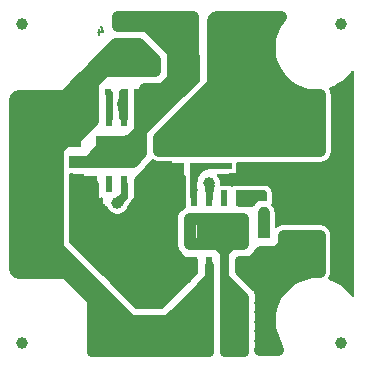
<source format=gbr>
%TF.GenerationSoftware,KiCad,Pcbnew,7.0.11-7.0.11~ubuntu22.04.1*%
%TF.CreationDate,2024-11-21T15:06:28+02:00*%
%TF.ProjectId,POEv3_Rev_A,504f4576-335f-4526-9576-5f412e6b6963,A*%
%TF.SameCoordinates,PX55d4a80PY8a48640*%
%TF.FileFunction,Copper,L4,Bot*%
%TF.FilePolarity,Positive*%
%FSLAX46Y46*%
G04 Gerber Fmt 4.6, Leading zero omitted, Abs format (unit mm)*
G04 Created by KiCad (PCBNEW 7.0.11-7.0.11~ubuntu22.04.1) date 2024-11-21 15:06:28*
%MOMM*%
%LPD*%
G01*
G04 APERTURE LIST*
%ADD10C,0.190500*%
%TA.AperFunction,NonConductor*%
%ADD11C,0.190500*%
%TD*%
%TA.AperFunction,ComponentPad*%
%ADD12C,1.524000*%
%TD*%
%TA.AperFunction,ComponentPad*%
%ADD13R,1.524000X1.524000*%
%TD*%
%TA.AperFunction,SMDPad,CuDef*%
%ADD14R,2.000000X1.700000*%
%TD*%
%TA.AperFunction,SMDPad,CuDef*%
%ADD15R,1.746000X1.192000*%
%TD*%
%TA.AperFunction,SMDPad,CuDef*%
%ADD16R,1.016000X1.016000*%
%TD*%
%TA.AperFunction,SMDPad,CuDef*%
%ADD17R,1.200000X3.400001*%
%TD*%
%TA.AperFunction,SMDPad,CuDef*%
%ADD18R,0.600000X1.400000*%
%TD*%
%TA.AperFunction,ComponentPad*%
%ADD19C,1.800000*%
%TD*%
%TA.AperFunction,SMDPad,CuDef*%
%ADD20R,3.500000X2.600000*%
%TD*%
%TA.AperFunction,SMDPad,CuDef*%
%ADD21R,0.500000X0.550000*%
%TD*%
%TA.AperFunction,SMDPad,CuDef*%
%ADD22R,0.550000X0.500000*%
%TD*%
%TA.AperFunction,SMDPad,CuDef*%
%ADD23R,1.524000X1.778000*%
%TD*%
%TA.AperFunction,SMDPad,CuDef*%
%ADD24R,3.400001X1.200000*%
%TD*%
%TA.AperFunction,FiducialPad,Global*%
%ADD25C,1.000000*%
%TD*%
%TA.AperFunction,ViaPad*%
%ADD26C,1.000000*%
%TD*%
%TA.AperFunction,ViaPad*%
%ADD27C,0.800000*%
%TD*%
%TA.AperFunction,Conductor*%
%ADD28C,1.016000*%
%TD*%
%TA.AperFunction,Conductor*%
%ADD29C,0.609600*%
%TD*%
%TA.AperFunction,Conductor*%
%ADD30C,0.762000*%
%TD*%
%TA.AperFunction,Conductor*%
%ADD31C,0.508000*%
%TD*%
%TA.AperFunction,Conductor*%
%ADD32C,0.406400*%
%TD*%
%TA.AperFunction,Conductor*%
%ADD33C,1.524000*%
%TD*%
%TA.AperFunction,Conductor*%
%ADD34C,0.736600*%
%TD*%
%TA.AperFunction,Conductor*%
%ADD35C,1.778000*%
%TD*%
%TA.AperFunction,Conductor*%
%ADD36C,0.990600*%
%TD*%
%TA.AperFunction,Conductor*%
%ADD37C,1.270000*%
%TD*%
%TA.AperFunction,Conductor*%
%ADD38C,0.355600*%
%TD*%
G04 APERTURE END LIST*
D10*
D11*
X8043042Y28061161D02*
X8043042Y27553161D01*
X8224470Y28351446D02*
X8405899Y27807161D01*
X8405899Y27807161D02*
X7934184Y27807161D01*
D12*
%TO.P,C2,1,+*%
%TO.N,Spare1*%
X2750000Y12500000D03*
D13*
%TO.P,C2,2,-*%
%TO.N,GND*%
X7750000Y12500000D03*
%TD*%
D12*
%TO.P,C6,1,+*%
%TO.N,+5VP*%
X13400000Y18750000D03*
D13*
%TO.P,C6,2,-*%
%TO.N,GND*%
X13400000Y15250000D03*
%TD*%
D14*
%TO.P,D1,1,K*%
%TO.N,Spare1*%
X10500000Y26500000D03*
D15*
X10627000Y26500000D03*
%TO.P,D1,2,A*%
%TO.N,Spare2*%
X15373000Y26500000D03*
D14*
X15500000Y26500000D03*
%TD*%
D16*
%TO.P,C1,1*%
%TO.N,Spare1*%
X6000000Y18639000D03*
%TO.P,C1,2*%
%TO.N,Spare2*%
X6000000Y16861000D03*
%TD*%
D17*
%TO.P,R4,1*%
%TO.N,Spare1*%
X3350000Y9000000D03*
%TO.P,R4,2*%
%TO.N,GND*%
X9650000Y9000000D03*
%TD*%
D18*
%TO.P,U1,1,VDD*%
%TO.N,Spare1*%
X7595000Y20550000D03*
%TO.P,U1,2,DEN*%
%TO.N,Net-(U1-DEN)*%
X8865000Y20550000D03*
%TO.P,U1,3,CLS*%
%TO.N,Net-(U1-CLS)*%
X10135000Y20550000D03*
%TO.P,U1,4,VSS*%
%TO.N,Spare2*%
X11405000Y20550000D03*
%TO.P,U1,5,RTN*%
%TO.N,GND*%
X11405000Y14950000D03*
%TO.P,U1,6,CDB*%
%TO.N,Net-(U1-CDB)*%
X10135000Y14950000D03*
%TO.P,U1,7,T2P*%
%TO.N,unconnected-(U1-T2P-Pad7)*%
X8865000Y14950000D03*
%TO.P,U1,8,APD*%
%TO.N,GND*%
X7595000Y14950000D03*
D19*
%TO.P,U1,9,EPAD*%
%TO.N,Spare2*%
X9500000Y17750000D03*
D20*
X9500000Y17750000D03*
%TD*%
D21*
%TO.P,R2,1*%
%TO.N,Net-(U1-CLS)*%
X10242000Y22750000D03*
%TO.P,R2,2*%
%TO.N,Spare2*%
X11258000Y22750000D03*
%TD*%
%TO.P,R1,1*%
%TO.N,Spare1*%
X7742000Y22750000D03*
%TO.P,R1,2*%
%TO.N,Net-(U1-DEN)*%
X8758000Y22750000D03*
%TD*%
D22*
%TO.P,R11,1*%
%TO.N,+5VP*%
X17500000Y17508000D03*
%TO.P,R11,2*%
%TO.N,Net-(U2-FB)*%
X17500000Y16492000D03*
%TD*%
D23*
%TO.P,R6,1*%
%TO.N,/ILIM*%
X19397000Y5000000D03*
%TO.P,R6,2*%
%TO.N,Spare1*%
X16603000Y5000000D03*
%TD*%
D24*
%TO.P,R5,1*%
%TO.N,Spare1*%
X13000000Y1600000D03*
%TO.P,R5,2*%
%TO.N,GND*%
X13000000Y7900000D03*
%TD*%
D22*
%TO.P,C5,1*%
%TO.N,+5VP*%
X19000000Y17508000D03*
%TO.P,C5,2*%
%TO.N,Net-(U2-FB)*%
X19000000Y16492000D03*
%TD*%
D16*
%TO.P,C4,1*%
%TO.N,/SW_LX*%
X22000000Y9111000D03*
%TO.P,C4,2*%
%TO.N,Net-(C4-Pad2)*%
X22000000Y10889000D03*
%TD*%
D25*
%TO.P,FID6,Fid1,FID\u002A*%
%TO.N,unconnected-(FID6-FID\u002A-PadFid1)*%
X28500000Y28500000D03*
%TD*%
D18*
%TO.P,U2,1,SW*%
%TO.N,/SW_LX*%
X19905000Y8150000D03*
%TO.P,U2,2,ILIM*%
%TO.N,/ILIM*%
X18635000Y8150000D03*
%TO.P,U2,3,Vin*%
%TO.N,Spare1*%
X17365000Y8150000D03*
%TO.P,U2,4,GND*%
%TO.N,GND*%
X16095000Y8150000D03*
%TO.P,U2,5,FB*%
%TO.N,Net-(U2-FB)*%
X16095000Y13750000D03*
%TO.P,U2,6,EN*%
%TO.N,Net-(U1-CDB)*%
X17365000Y13750000D03*
%TO.P,U2,7,POK*%
%TO.N,unconnected-(U2-POK-Pad7)*%
X18635000Y13750000D03*
%TO.P,U2,8,BS*%
%TO.N,Net-(U2-BS)*%
X19905000Y13750000D03*
D19*
%TO.P,U2,9,ILIM*%
%TO.N,/ILIM*%
X18000000Y10950000D03*
D20*
X18000000Y10950000D03*
%TD*%
D22*
%TO.P,R8,1*%
%TO.N,Net-(U2-BS)*%
X22000000Y13758000D03*
%TO.P,R8,2*%
%TO.N,Net-(C4-Pad2)*%
X22000000Y12742000D03*
%TD*%
D25*
%TO.P,FID5,Fid1,FID\u002A*%
%TO.N,unconnected-(FID5-FID\u002A-PadFid1)*%
X1500000Y1500000D03*
%TD*%
D23*
%TO.P,R7,1*%
%TO.N,/ILIM*%
X19397000Y2000000D03*
%TO.P,R7,2*%
%TO.N,Spare1*%
X16603000Y2000000D03*
%TD*%
D25*
%TO.P,FID7,Fid1,FID\u002A*%
%TO.N,unconnected-(FID7-FID\u002A-PadFid1)*%
X1500000Y28500000D03*
%TD*%
D21*
%TO.P,R10,1*%
%TO.N,Net-(U2-FB)*%
X16008000Y16500000D03*
%TO.P,R10,2*%
%TO.N,GND*%
X14992000Y16500000D03*
%TD*%
D25*
%TO.P,FID8,Fid1,FID\u002A*%
%TO.N,unconnected-(FID8-FID\u002A-PadFid1)*%
X28500000Y1500000D03*
%TD*%
D26*
%TO.N,GND*%
X12100000Y13850000D03*
X6250000Y14000000D03*
X14700000Y15700000D03*
X12900000Y4900000D03*
X14100000Y12850000D03*
X14100000Y11850000D03*
X12100000Y15850000D03*
X8500000Y9900000D03*
X11800000Y6900000D03*
X14100000Y13850000D03*
X6250000Y13000000D03*
X8500000Y10900000D03*
X11100000Y10850000D03*
X29000000Y17500000D03*
X8500000Y8900000D03*
X12900000Y5900000D03*
X29000000Y7500000D03*
X13100000Y9850000D03*
X29000000Y15000000D03*
X12100000Y14850000D03*
X12900000Y6900000D03*
X11800000Y4900000D03*
X11100000Y12850000D03*
X11100000Y8850000D03*
X14700000Y14700000D03*
X7500000Y9900000D03*
X13100000Y10850000D03*
X6250000Y12000000D03*
X13100000Y13850000D03*
X13100000Y12850000D03*
X11100000Y9850000D03*
X13100000Y8850000D03*
X8500000Y7900000D03*
X6500000Y10900000D03*
X7500000Y8900000D03*
X29000000Y12500000D03*
X12100000Y8850000D03*
X7500000Y10900000D03*
X6500000Y9900000D03*
X14100000Y10850000D03*
X7500000Y13750000D03*
X11100000Y11850000D03*
X12100000Y9850000D03*
X12100000Y11850000D03*
X12100000Y12850000D03*
X12100000Y10850000D03*
X29000000Y20000000D03*
X13100000Y11850000D03*
X14000000Y6900000D03*
X29000000Y22500000D03*
X14000000Y5900000D03*
X14100000Y9850000D03*
X14100000Y8850000D03*
X29000000Y10000000D03*
X11800000Y5900000D03*
X6250000Y15000000D03*
D27*
%TO.N,/SW_LX*%
X24000000Y7300000D03*
X20800000Y7600000D03*
X24000000Y6500000D03*
X22400000Y7300000D03*
X22400000Y6500000D03*
X22400000Y900000D03*
X22400000Y4100000D03*
X22400000Y3300000D03*
X24800000Y7300000D03*
X22400000Y5700000D03*
X23200000Y900000D03*
X22400000Y4900000D03*
X21600000Y7300000D03*
X21600000Y3300000D03*
X21600000Y5700000D03*
X20800000Y6800000D03*
X23200000Y5700000D03*
X21589000Y2500000D03*
X21600000Y4100000D03*
X23200000Y6500000D03*
X21589000Y900000D03*
X22400000Y2500000D03*
X21600000Y4900000D03*
X23200000Y7300000D03*
X26700000Y7400000D03*
X26700000Y10600000D03*
X22400000Y1700000D03*
X21589000Y1700000D03*
X26700000Y9800000D03*
X20800000Y8400000D03*
X26700000Y9000000D03*
X21600000Y6500000D03*
X26700000Y8200000D03*
%TO.N,Net-(U1-CLS)*%
X9960000Y21800000D03*
D26*
%TO.N,/ILIM*%
X20250000Y9900000D03*
X15750000Y9900000D03*
X20250000Y12000000D03*
X15750000Y12000000D03*
X15750000Y10950000D03*
X20250000Y10950000D03*
D27*
X18625000Y9250000D03*
D26*
%TO.N,Net-(U1-CDB)*%
X17375000Y15050000D03*
X9584989Y13333661D03*
%TO.N,+5VP*%
X22400000Y23500000D03*
X21000000Y28100000D03*
X19500000Y20500000D03*
X22000000Y29100000D03*
X19500000Y21500000D03*
X19500000Y19500000D03*
X26750000Y19500000D03*
X18500000Y18500000D03*
X18500000Y20500000D03*
X18000000Y26000000D03*
X19500000Y18500000D03*
X21000000Y29100000D03*
X18000000Y25000000D03*
D27*
X22400000Y26500000D03*
D26*
X23000000Y29100000D03*
X22400000Y25500000D03*
X20500000Y19500000D03*
X19000000Y29100000D03*
X24400000Y22500000D03*
D27*
X21000000Y27200000D03*
D26*
X20500000Y18500000D03*
D27*
X22000000Y27200000D03*
D26*
X20500000Y21500000D03*
X26750000Y20500000D03*
X26750000Y22500000D03*
X18500000Y21500000D03*
X22000000Y28100000D03*
X23400000Y23500000D03*
X18500000Y19500000D03*
X20000000Y28100000D03*
X22400000Y24500000D03*
X20000000Y29100000D03*
D27*
X19000000Y27200000D03*
D26*
X25400000Y22500000D03*
X23400000Y22500000D03*
D27*
X20000000Y27200000D03*
D26*
X19000000Y28100000D03*
X26750000Y18500000D03*
X20500000Y20500000D03*
X26750000Y21500000D03*
%TO.N,Spare1*%
X11815131Y24515131D03*
X12784000Y25500000D03*
X11784000Y25500000D03*
X12800000Y24500000D03*
D27*
%TO.N,Spare2*%
X11405000Y21560000D03*
X9600000Y28300000D03*
X9600000Y29111000D03*
X10400000Y28300000D03*
X10400000Y29111000D03*
X11200000Y28300000D03*
X11200000Y29111000D03*
%TD*%
D28*
%TO.N,GND*%
X8500000Y10900000D02*
X8500000Y7900000D01*
X14100000Y8700000D02*
X14100000Y7900000D01*
X8500000Y7900000D02*
X11495000Y4905000D01*
X13100000Y13850000D02*
X13100000Y14950000D01*
D29*
X7750000Y12500000D02*
X6050000Y14200000D01*
X13416712Y7483288D02*
X16095000Y7483288D01*
D28*
X11800000Y6900000D02*
X9650000Y6900000D01*
D29*
X15150000Y8550000D02*
X14100000Y8550000D01*
X6050000Y15150000D02*
X6250000Y15350000D01*
X15550000Y8150000D02*
X15150000Y8550000D01*
D28*
X12500000Y15250000D02*
X13400000Y15250000D01*
X7500000Y10900000D02*
X7500000Y12250000D01*
X10650000Y5900000D02*
X9650000Y6900000D01*
X13000000Y7900000D02*
X9650000Y7900000D01*
D29*
X6250000Y15350000D02*
X6500000Y15350000D01*
D28*
X13005000Y4905000D02*
X14000000Y5900000D01*
D29*
X7595000Y13419982D02*
X9070000Y11944982D01*
D28*
X8500000Y7900000D02*
X10150000Y7900000D01*
D30*
X7595000Y14950000D02*
X7595000Y13900000D01*
D29*
X16095000Y8150000D02*
X16095000Y8550000D01*
D30*
X10194982Y11944982D02*
X11100000Y12850000D01*
D28*
X6500000Y10900000D02*
X8500000Y10900000D01*
D31*
X14992000Y13742000D02*
X14775000Y13525000D01*
D32*
X14525000Y16375000D02*
X14400001Y16499999D01*
D28*
X11455800Y13205800D02*
X11455800Y14494200D01*
X12100000Y13900000D02*
X12100000Y14900000D01*
D30*
X8305018Y11944982D02*
X9700000Y11944982D01*
D31*
X12749998Y16500000D02*
X12099997Y15849999D01*
D28*
X14100000Y11850000D02*
X11100000Y11850000D01*
X11495000Y4905000D02*
X11800000Y4905000D01*
D29*
X13313512Y4701800D02*
X11298200Y4701800D01*
D28*
X12100000Y15850000D02*
X11455800Y15205800D01*
X11100000Y12850000D02*
X14100000Y12850000D01*
X14100000Y13850000D02*
X12100000Y13850000D01*
X12100000Y14850000D02*
X12100000Y15850000D01*
D29*
X6500000Y15350000D02*
X7000000Y15350000D01*
X7750000Y12500000D02*
X7000000Y13250000D01*
D33*
X7750000Y12500000D02*
X9400000Y10850000D01*
D29*
X7750000Y8250000D02*
X5800000Y10200000D01*
D31*
X12099998Y15850000D02*
X12749997Y16499999D01*
D28*
X11455800Y14494200D02*
X12100000Y13850000D01*
X14000000Y5900000D02*
X10650000Y5900000D01*
D29*
X7195000Y15350000D02*
X7595000Y14950000D01*
D28*
X14100000Y12850000D02*
X14100000Y13850000D01*
D29*
X9070000Y11944982D02*
X9700000Y11944982D01*
X13250000Y8150000D02*
X13000000Y7900000D01*
X13000000Y7900000D02*
X13416712Y7483288D01*
X5800000Y12500000D02*
X5800000Y13900000D01*
D28*
X14100000Y8700000D02*
X14100000Y9850000D01*
X14100000Y15850000D02*
X14100000Y13850000D01*
X11050000Y8900000D02*
X11100000Y8850000D01*
X7500000Y12250000D02*
X7750000Y12500000D01*
X11050000Y9900000D02*
X11100000Y9850000D01*
D29*
X6500000Y13900000D02*
X6500000Y15350000D01*
D28*
X6500000Y10900000D02*
X6500000Y11250000D01*
X8500000Y9900000D02*
X11050000Y9900000D01*
X12100000Y15850000D02*
X14100000Y15850000D01*
D30*
X7750000Y12500000D02*
X8305018Y11944982D01*
D29*
X7750000Y8250000D02*
X7750000Y12500000D01*
D28*
X13100000Y14950000D02*
X13400000Y15250000D01*
D32*
X14775000Y16375000D02*
X14650000Y16500000D01*
D33*
X9400000Y10850000D02*
X13100000Y10850000D01*
D28*
X8432018Y11817982D02*
X7750000Y12500000D01*
X14100000Y5900000D02*
X15100000Y6900000D01*
D29*
X15845000Y7900000D02*
X16095000Y8150000D01*
D28*
X11455800Y15205800D02*
X11455800Y14494200D01*
D29*
X7000000Y15350000D02*
X7195000Y15350000D01*
X16095000Y8150000D02*
X15550000Y8150000D01*
X15150000Y8550000D02*
X14100000Y9600000D01*
D31*
X14775000Y13525000D02*
X14100000Y12850000D01*
D28*
X14100000Y15850000D02*
X12099998Y15850000D01*
X10650000Y5900000D02*
X11645000Y4905000D01*
D32*
X14400001Y16499999D02*
X12749997Y16499999D01*
D29*
X16095000Y8150000D02*
X16095000Y7483288D01*
D28*
X6500000Y11250000D02*
X7750000Y12500000D01*
D31*
X14992000Y16500000D02*
X14992000Y13742000D01*
X12099998Y15850000D02*
X12099997Y15849999D01*
D28*
X14100000Y8850000D02*
X9800000Y8850000D01*
D29*
X7595000Y14950000D02*
X7595000Y13419982D01*
X5800000Y13900000D02*
X5800000Y14900000D01*
D31*
X14775000Y13525000D02*
X14775000Y16375000D01*
D28*
X14100000Y9850000D02*
X13100000Y10850000D01*
D29*
X9650000Y6350000D02*
X9650000Y6900000D01*
D28*
X11100000Y10850000D02*
X11100000Y12850000D01*
X14100000Y10850000D02*
X11100000Y10850000D01*
D29*
X16095000Y7483288D02*
X13313512Y4701800D01*
X5800000Y10200000D02*
X5800000Y12500000D01*
D28*
X9650000Y7900000D02*
X9650000Y9000000D01*
D31*
X14992000Y16500000D02*
X12749998Y16500000D01*
D28*
X14100000Y10850000D02*
X14100000Y9600000D01*
D29*
X11298200Y4701800D02*
X9650000Y6350000D01*
X7595000Y13900000D02*
X6500000Y13900000D01*
D28*
X14100000Y7900000D02*
X13000000Y7900000D01*
D29*
X14100000Y8550000D02*
X14100000Y8700000D01*
D28*
X6500000Y9900000D02*
X6500000Y10900000D01*
X14000000Y5900000D02*
X14100000Y5900000D01*
X13100000Y13850000D02*
X12100000Y14850000D01*
X11100000Y12850000D02*
X12100000Y13850000D01*
X10150000Y7900000D02*
X11100000Y8850000D01*
D30*
X7595000Y13900000D02*
X7595000Y12655000D01*
D28*
X15100000Y6900000D02*
X11800000Y6900000D01*
X12100000Y15850000D02*
X12099998Y15850000D01*
X14100000Y9600000D02*
X14100000Y8700000D01*
D29*
X7750000Y12500000D02*
X5800000Y12500000D01*
D31*
X14742000Y16500000D02*
X12749998Y16500000D01*
D28*
X6500000Y10900000D02*
X6500000Y13900000D01*
X7500000Y8900000D02*
X6500000Y9900000D01*
X9800000Y8850000D02*
X9650000Y9000000D01*
D30*
X9700000Y11944982D02*
X10194982Y11944982D01*
D29*
X16095000Y8150000D02*
X13250000Y8150000D01*
D28*
X7500000Y10900000D02*
X7500000Y8900000D01*
X8500000Y8900000D02*
X11050000Y8900000D01*
X14100000Y9850000D02*
X10500000Y9850000D01*
X11067982Y11817982D02*
X8432018Y11817982D01*
D29*
X6050000Y14200000D02*
X6050000Y15150000D01*
D30*
X7595000Y12655000D02*
X7750000Y12500000D01*
D29*
X6500000Y13900000D02*
X5800000Y13900000D01*
D31*
X14650000Y16500000D02*
X13400000Y15250000D01*
D28*
X11645000Y4905000D02*
X13005000Y4905000D01*
D29*
X9650000Y6350000D02*
X7750000Y8250000D01*
X9650000Y6900000D02*
X9650000Y9000000D01*
D28*
X14100000Y10850000D02*
X13100000Y10850000D01*
D29*
X16095000Y8550000D02*
X15150000Y8550000D01*
D28*
X10500000Y9850000D02*
X9650000Y9000000D01*
X14100000Y12850000D02*
X14100000Y10850000D01*
X11100000Y11850000D02*
X11067982Y11817982D01*
D29*
X13000000Y7900000D02*
X15845000Y7900000D01*
X7000000Y13250000D02*
X7000000Y15350000D01*
X5800000Y14900000D02*
X6050000Y15150000D01*
D28*
X12100000Y14850000D02*
X12500000Y15250000D01*
D30*
%TO.N,/SW_LX*%
X22400000Y2500000D02*
X22400000Y6900000D01*
X22618999Y2500000D02*
X22618999Y2718999D01*
X23750000Y6250000D02*
X22400000Y4900000D01*
X22500000Y7400000D02*
X22400000Y7300000D01*
X22400000Y900000D02*
X22400000Y2500000D01*
X22400000Y4900000D02*
X22400000Y5700000D01*
X21570000Y5961051D02*
X21165526Y6365526D01*
X24411436Y6900000D02*
X24800000Y7288564D01*
X20255000Y8500000D02*
X21389000Y8500000D01*
X21589000Y2500000D02*
X22400000Y2500000D01*
X24000000Y6500000D02*
X23750000Y6250000D01*
X24000000Y6500000D02*
X23531371Y6031371D01*
X21389000Y8500000D02*
X22000000Y9111000D01*
X21165526Y8500000D02*
X21389000Y8500000D01*
D28*
X23016000Y9111000D02*
X26700000Y9111000D01*
D34*
X21672000Y9347500D02*
X23252500Y9347500D01*
D30*
X22400000Y8711000D02*
X22000000Y9111000D01*
X22000000Y900000D02*
X22400000Y900000D01*
X20800000Y7600000D02*
X20800000Y8400000D01*
D28*
X26700000Y10600000D02*
X23700000Y10600000D01*
D30*
X25200000Y7189763D02*
X26000000Y7400000D01*
X24411436Y6900000D02*
X25200000Y7189763D01*
X21589000Y900000D02*
X22000000Y900000D01*
X22400000Y6900000D02*
X24411436Y6900000D01*
X23200000Y5700000D02*
X22618999Y4300000D01*
X23200000Y900000D02*
X22618999Y2500000D01*
D28*
X23252500Y9347500D02*
X23016000Y9111000D01*
X26700000Y8200000D02*
X22400000Y8200000D01*
D30*
X25600000Y7400000D02*
X25500000Y7300000D01*
X21165526Y6365526D02*
X21165526Y8500000D01*
X25600000Y7400000D02*
X22500000Y7400000D01*
D28*
X26700000Y10600000D02*
X26700000Y7508001D01*
D30*
X22400000Y900000D02*
X23200000Y900000D01*
D28*
X23200000Y900000D02*
X22491999Y2718999D01*
D30*
X21589000Y2600000D02*
X21570000Y2619000D01*
X21570000Y2619000D02*
X21570000Y5961051D01*
X22618999Y3828711D02*
X22618999Y3250000D01*
X22000000Y2900000D02*
X22000000Y900000D01*
X21600000Y6500000D02*
X24000000Y6500000D01*
X19905000Y8500000D02*
X20255000Y8500000D01*
X22618999Y2718999D02*
X22618999Y3250000D01*
X22400000Y6900000D02*
X22400000Y8200000D01*
X22400000Y4900000D02*
X22400000Y2500000D01*
X26000000Y7400000D02*
X25600000Y7400000D01*
X26700000Y7400000D02*
X26700000Y10600000D01*
X22400000Y2500000D02*
X22618999Y2500000D01*
X21100000Y7300000D02*
X20800000Y7600000D01*
D28*
X23200000Y900000D02*
X21697000Y900000D01*
D34*
X20800000Y8475500D02*
X21672000Y9347500D01*
D30*
X22000000Y2900000D02*
X22400000Y2500000D01*
X25200000Y7189763D02*
X25500000Y7300000D01*
X20455000Y7600000D02*
X19905000Y8150000D01*
X21165526Y6365526D02*
X19905000Y7626052D01*
X19905000Y7626052D02*
X19905000Y8150000D01*
X22618999Y4300000D02*
X22618999Y5118999D01*
X20800000Y7600000D02*
X20455000Y7600000D01*
X19905000Y8150000D02*
X20255000Y8500000D01*
D28*
X23700000Y9795000D02*
X23252500Y9347500D01*
D30*
X24000000Y6500000D02*
X24800000Y7300000D01*
D28*
X23700000Y9795000D02*
X26700000Y9795000D01*
D30*
X22400000Y8200000D02*
X22400000Y8711000D01*
D28*
X26700000Y9111000D02*
X26700000Y9000000D01*
D30*
X25500000Y7300000D02*
X21100000Y7300000D01*
X22400000Y5700000D02*
X23200000Y6500000D01*
X22618999Y5118999D02*
X23200000Y5700000D01*
D28*
X26700000Y9795000D02*
X26700000Y9800000D01*
D30*
X22000000Y9111000D02*
X22000000Y2900000D01*
X21600000Y8711000D02*
X22000000Y9111000D01*
D28*
X23700000Y10600000D02*
X23700000Y9795000D01*
D30*
X26700000Y7400000D02*
X26526345Y7400000D01*
X22400000Y2500000D02*
X22618999Y2718999D01*
X26172792Y7400000D02*
X26700000Y7400000D01*
X26700000Y7400000D02*
X26000000Y7400000D01*
X19905000Y8150000D02*
X19905000Y8500000D01*
X22618999Y3250000D02*
X22618999Y4300000D01*
X21600000Y3300000D02*
X21600000Y8711000D01*
X24800000Y7288564D02*
X24800000Y7300000D01*
X23200000Y900000D02*
X22400000Y1700000D01*
X21589000Y2500000D02*
X21589000Y900000D01*
D28*
X23016000Y9111000D02*
X22000000Y9111000D01*
D30*
X20800000Y8400000D02*
X20800000Y8475500D01*
X23531383Y6031359D02*
G75*
G03*
X22618999Y3828711I2202617J-2202659D01*
G01*
X23531380Y6031362D02*
G75*
G03*
X22400000Y3300000I2731320J-2731362D01*
G01*
X26172792Y7400003D02*
G75*
G03*
X24000000Y6500000I8J-3072803D01*
G01*
X26526345Y7399981D02*
G75*
G03*
X23750000Y6250000I-45J-3926281D01*
G01*
D31*
%TO.N,Net-(C4-Pad2)*%
X22000000Y12742000D02*
X22000000Y10889000D01*
D28*
X22000000Y10889000D02*
X22000000Y12488000D01*
D31*
%TO.N,Net-(U2-FB)*%
X16095000Y15800000D02*
X16095000Y15987000D01*
X16600000Y16492000D02*
X16250000Y16492000D01*
X16095000Y15800000D02*
X16095000Y16337000D01*
X16095000Y16337000D02*
X16250000Y16492000D01*
X16095000Y15987000D02*
X16600000Y16492000D01*
X16095000Y15000000D02*
X16095000Y15800000D01*
X16095000Y13750000D02*
X16095000Y15000000D01*
X16008000Y16500000D02*
X16008000Y13837000D01*
X16008000Y13837000D02*
X16095000Y13750000D01*
X16095000Y15000000D02*
X16095000Y15087000D01*
X16600000Y16492000D02*
X19000000Y16492000D01*
X17500000Y16492000D02*
G75*
G03*
X16095000Y15087000I0J-1405000D01*
G01*
%TO.N,Net-(U1-CLS)*%
X9960000Y20550000D02*
X10135000Y20550000D01*
X10242000Y20657000D02*
X10135000Y20550000D01*
D29*
X10135000Y20550000D02*
X10135000Y22689800D01*
X10135000Y21625000D02*
X9960000Y21800000D01*
D31*
X9960000Y22750000D02*
X10242000Y22750000D01*
X9960000Y21400000D02*
X9960000Y20725000D01*
X10242000Y22750000D02*
X10242000Y20657000D01*
X10242000Y22234053D02*
X10000020Y21992073D01*
D29*
X10135000Y20550000D02*
X10135000Y21857093D01*
D31*
X9960000Y22468000D02*
X9960000Y21400000D01*
D29*
X10135000Y20550000D02*
X10135000Y21625000D01*
D31*
X10242000Y22750000D02*
X10242000Y20550000D01*
X9960000Y22468000D02*
X9960000Y21800000D01*
X9960000Y20725000D02*
X10135000Y20550000D01*
X9960000Y21400000D02*
X9960000Y20550000D01*
X9960000Y22468000D02*
X9960000Y22750000D01*
X10242000Y22750000D02*
X9960000Y22468000D01*
X10242000Y20550000D02*
X10135000Y20550000D01*
X10242000Y22750000D02*
X10242000Y22234053D01*
D29*
%TO.N,Net-(U1-DEN)*%
X8865000Y22643000D02*
X8865000Y20550000D01*
D32*
X8758000Y22750000D02*
X8865000Y22643000D01*
D30*
%TO.N,/ILIM*%
X20300000Y762000D02*
X20300000Y1900000D01*
X19397000Y5000000D02*
X19397000Y5738000D01*
X18635000Y9240000D02*
X18625000Y9250000D01*
D28*
X15750000Y9900000D02*
X17950000Y9900000D01*
D30*
X18635000Y8150000D02*
X18635000Y5762000D01*
X17975000Y9900000D02*
X17950000Y9900000D01*
X20300000Y1900000D02*
X20300000Y1097000D01*
D28*
X19275000Y9900000D02*
X20250000Y9900000D01*
X17950000Y9900000D02*
X19275000Y9900000D01*
D30*
X18635000Y2762000D02*
X18635000Y1000000D01*
X18635000Y1000000D02*
X18635000Y762000D01*
X18635000Y1000000D02*
X20300000Y1000000D01*
X19397000Y5738000D02*
X18635000Y6500000D01*
X18635000Y6700000D02*
X18635000Y2762000D01*
X18635000Y6500000D02*
X18635000Y5762000D01*
X18635000Y8150000D02*
X18635000Y6700000D01*
X20300000Y1900000D02*
X20300000Y1000000D01*
X18635000Y7100000D02*
X20300000Y5435000D01*
D28*
X15750000Y12000000D02*
X20250000Y12000000D01*
X15750000Y9900000D02*
X15750000Y12000000D01*
D33*
X19397000Y5000000D02*
X19397000Y2000000D01*
D30*
X18635000Y8150000D02*
X18635000Y10315000D01*
D28*
X20250000Y12000000D02*
X20250000Y9900000D01*
D30*
X18635000Y8150000D02*
X18635000Y9240000D01*
X18635000Y762000D02*
X20300000Y762000D01*
X18635000Y5762000D02*
X19397000Y5000000D01*
X19397000Y5938000D02*
X18635000Y6700000D01*
X18625000Y9250000D02*
X19275000Y9900000D01*
X19397000Y5000000D02*
X19397000Y5938000D01*
X18625000Y9250000D02*
X17975000Y9900000D01*
X18635000Y2762000D02*
X19397000Y2000000D01*
X18635000Y6700000D02*
X18635000Y6500000D01*
X18635000Y10315000D02*
X18000000Y10950000D01*
X20300000Y1097000D02*
X19397000Y2000000D01*
X20300000Y5435000D02*
X20300000Y1900000D01*
D31*
%TO.N,Net-(U2-BS)*%
X19905000Y13750000D02*
X19913000Y13758000D01*
X19905000Y13750000D02*
X19905000Y14200000D01*
X19913000Y13758000D02*
X22000000Y13758000D01*
X20355000Y14200000D02*
X19905000Y13750000D01*
X19905000Y13312000D02*
X20343000Y13312000D01*
X22000000Y13758000D02*
X21409000Y13758000D01*
X19905000Y13750000D02*
X19905000Y13312000D01*
X20343000Y13312000D02*
X19905000Y13750000D01*
X22000000Y14200000D02*
X20355000Y14200000D01*
X22000000Y13758000D02*
X22000000Y14200000D01*
X21409000Y13758000D02*
X20963000Y13312000D01*
X20963000Y13312000D02*
X20343000Y13312000D01*
X19905000Y14200000D02*
X20355000Y14200000D01*
D29*
%TO.N,Net-(U1-CDB)*%
X17365000Y13750000D02*
X17365000Y15040000D01*
X10135000Y14950000D02*
X10135000Y13883672D01*
X17365000Y15040000D02*
X17375000Y15050000D01*
X10135000Y13883672D02*
X9584989Y13333661D01*
D35*
%TO.N,+5VP*%
X18000000Y25000000D02*
X22000000Y25000000D01*
D28*
X23076658Y24376658D02*
X22491999Y25500000D01*
X17471000Y17791000D02*
X15609000Y17791000D01*
D35*
X22000000Y26500000D02*
X22000000Y28100000D01*
D28*
X20500000Y20750000D02*
X15400000Y20750000D01*
X22000000Y29100000D02*
X23431831Y29100000D01*
D30*
X23400000Y23500000D02*
X26100000Y22500000D01*
D28*
X14500000Y19750000D02*
X14450000Y19800000D01*
D35*
X18000000Y26000000D02*
X18000000Y27750000D01*
D28*
X13455000Y17791000D02*
X13146000Y18100000D01*
X22000000Y29100000D02*
X22000000Y28100000D01*
D31*
X19750000Y18250000D02*
X19500000Y18500000D01*
D28*
X20500000Y19750000D02*
X14500000Y19750000D01*
X17075000Y22425000D02*
X17450000Y22800000D01*
X15609000Y17791000D02*
X15250000Y18150000D01*
X26100000Y17762000D02*
X25400000Y17762000D01*
D35*
X22000000Y26000000D02*
X22000000Y26500000D01*
D28*
X20500000Y20500000D02*
X20500000Y21500000D01*
D36*
X26100000Y22500000D02*
X26750000Y22500000D01*
D30*
X25400000Y22500000D02*
X25011436Y22500000D01*
D35*
X21250000Y23350000D02*
X22400000Y24500000D01*
X22000000Y27750000D02*
X22000000Y28730000D01*
D28*
X20500000Y21500000D02*
X18500000Y21500000D01*
X26100000Y17762000D02*
X26100000Y22500000D01*
X23076658Y24376658D02*
X23315915Y24015916D01*
X24400000Y22500000D02*
X23800000Y23100000D01*
X25400000Y22500000D02*
X26100000Y22500000D01*
X13650000Y18500000D02*
X16000000Y18500000D01*
X26750000Y22500000D02*
X26750000Y18500000D01*
X23400000Y23500000D02*
X22000000Y24900000D01*
X22000000Y27750000D02*
X22865915Y24465916D01*
X13400000Y18750000D02*
X16512000Y18750000D01*
D37*
X18500000Y18500000D02*
X25400000Y18500000D01*
D28*
X18250000Y18750000D02*
X18500000Y18500000D01*
X22956915Y28443085D02*
X22491999Y27800000D01*
X13400000Y18750000D02*
X17750000Y18750000D01*
D35*
X18000000Y23350000D02*
X18000000Y26000000D01*
D28*
X23076658Y24376658D02*
X22000000Y26500000D01*
X13400000Y17791000D02*
X13400000Y19132106D01*
X15250000Y18150000D02*
X14900000Y18500000D01*
X18500000Y21750000D02*
X17450000Y22800000D01*
X14359000Y17791000D02*
X13400000Y18750000D01*
X16512000Y18750000D02*
X17500000Y17762000D01*
X17500000Y17762000D02*
X19762000Y17762000D01*
X19762000Y17762000D02*
X20500000Y18500000D01*
X26750000Y17762000D02*
X26100000Y17762000D01*
X17450000Y22800000D02*
X18000000Y23350000D01*
X18500000Y19500000D02*
X25400000Y19500000D01*
D31*
X17500000Y17508000D02*
X17500000Y18500000D01*
X19000000Y17508000D02*
X19000000Y18500000D01*
D28*
X13146000Y18750000D02*
X13400000Y18750000D01*
X13146000Y17791000D02*
X13146000Y18100000D01*
X26750000Y18500000D02*
X26750000Y17762000D01*
X22000000Y29100000D02*
X21000000Y29100000D01*
X23400000Y22500000D02*
X22400000Y23500000D01*
D35*
X18000000Y26000000D02*
X22000000Y26000000D01*
X22000000Y25000000D02*
X22000000Y26000000D01*
D28*
X23800000Y23100000D02*
X25400000Y22500000D01*
X17075000Y22425000D02*
X25400000Y22425000D01*
X25400000Y19500000D02*
X25400000Y20500000D01*
X19000000Y18500000D02*
X20500000Y18500000D01*
X22000000Y24900000D02*
X22000000Y26500000D01*
X13400000Y18750000D02*
X14000000Y18150000D01*
X18000000Y23350000D02*
X18000000Y25000000D01*
X14450000Y19800000D02*
X15325000Y20675000D01*
X18500000Y20500000D02*
X25400000Y20500000D01*
X25400000Y20500000D02*
X25400000Y21500000D01*
X13400000Y17791000D02*
X13400000Y18750000D01*
X19762000Y17762000D02*
X25400000Y17762000D01*
X25400000Y21500000D02*
X25400000Y22500000D01*
X18000000Y29100000D02*
X21000000Y29100000D01*
X22956915Y28443085D02*
X22000000Y26000000D01*
X25400000Y22500000D02*
X24400000Y22500000D01*
X22400000Y22500000D02*
X22400000Y24500000D01*
X17500000Y17762000D02*
X17471000Y17791000D01*
D30*
X22618999Y29100000D02*
X22000000Y29100000D01*
D28*
X22000000Y26500000D02*
X22956915Y28443085D01*
D35*
X18000000Y27750000D02*
X22000000Y27750000D01*
D28*
X20250000Y18750000D02*
X20500000Y18500000D01*
X17617894Y23350000D02*
X18000000Y23350000D01*
X13400000Y18750000D02*
X13650000Y18500000D01*
X16400000Y21750000D02*
X16325000Y21675000D01*
X14000000Y18150000D02*
X15250000Y18150000D01*
X24400000Y22500000D02*
X23400000Y22500000D01*
X25400000Y18500000D02*
X25400000Y19500000D01*
D30*
X25011436Y22500000D02*
X22618999Y24892437D01*
D28*
X14359000Y17791000D02*
X13400000Y17791000D01*
X22081831Y27750000D02*
X22000000Y27750000D01*
X22000000Y26000000D02*
X23076658Y24376658D01*
X17500000Y18500000D02*
X19000000Y18500000D01*
X23431831Y29100000D02*
X22956915Y28443085D01*
X18000000Y26000000D02*
X18000000Y29100000D01*
D35*
X18000000Y23350000D02*
X21250000Y23350000D01*
D28*
X15400000Y20750000D02*
X15325000Y20675000D01*
X18000000Y26000000D02*
X18000000Y25000000D01*
X13400000Y17791000D02*
X13146000Y17791000D01*
X23431831Y29100000D02*
X22081831Y27750000D01*
X13400000Y19132106D02*
X17617894Y23350000D01*
D33*
X13400000Y18750000D02*
X18000000Y23350000D01*
D28*
X16325000Y21675000D02*
X17075000Y22425000D01*
X23800000Y23100000D02*
X23400000Y23500000D01*
X13146000Y18100000D02*
X13146000Y18750000D01*
X13400000Y18750000D02*
X14450000Y19800000D01*
X14900000Y18500000D02*
X14500000Y18500000D01*
X15325000Y20675000D02*
X16325000Y21675000D01*
X18000000Y23350000D02*
X20500000Y20850000D01*
D30*
X22618999Y24892437D02*
X22618999Y29100000D01*
D28*
X25400000Y17762000D02*
X25400000Y18500000D01*
X20250000Y21750000D02*
X16400000Y21750000D01*
X16000000Y18500000D02*
X17500000Y18500000D01*
X20500000Y21500000D02*
X20250000Y21750000D01*
X15609000Y17791000D02*
X14359000Y17791000D01*
X22000000Y26500000D02*
X22000000Y29100000D01*
X14359000Y17791000D02*
X13455000Y17791000D01*
X20500000Y20600000D02*
X20500000Y18500000D01*
D30*
X22000000Y27200000D02*
X23400000Y23500000D01*
D35*
X18000000Y27750000D02*
X18000000Y28730000D01*
D28*
X17750000Y18750000D02*
X18250000Y18750000D01*
X18500000Y21500000D02*
X25400000Y21500000D01*
X17750000Y18750000D02*
X20250000Y18750000D01*
D35*
%TO.N,Spare1*%
X2750000Y11250000D02*
X2750000Y7889001D01*
X11606985Y1600000D02*
X2750000Y10456985D01*
X3741507Y22071507D02*
X3800000Y22071507D01*
X16603000Y5000000D02*
X14603000Y3000000D01*
X2750000Y16913000D02*
X2750000Y18250000D01*
D28*
X10627000Y26500000D02*
X11284000Y26500000D01*
D35*
X14100000Y3000000D02*
X13694076Y3000000D01*
D28*
X7492000Y24041000D02*
X7492000Y23500000D01*
D35*
X4639001Y7889001D02*
X4978492Y8228492D01*
X4978492Y8228492D02*
X2750000Y10456984D01*
X10103492Y1600000D02*
X7903492Y3800000D01*
D30*
X8750000Y1000000D02*
X7500000Y1000000D01*
D35*
X13694076Y3000000D02*
X13689076Y2995000D01*
X2850000Y7889001D02*
X4639001Y7889001D01*
D28*
X6000000Y21500000D02*
X6000000Y23331831D01*
D35*
X1270000Y7889001D02*
X2750000Y7889001D01*
X7478492Y5728492D02*
X7903492Y5303492D01*
X11606985Y1600000D02*
X13000000Y1600000D01*
D28*
X12800000Y25484000D02*
X12784000Y25500000D01*
D30*
X17365000Y8150000D02*
X17365000Y3250000D01*
X17365000Y2762000D02*
X16203000Y1600000D01*
X16200000Y5900000D02*
X13300000Y3000000D01*
X17365000Y1000000D02*
X16750000Y1000000D01*
D35*
X13000000Y1600000D02*
X10103492Y1600000D01*
D30*
X17365000Y8150000D02*
X17365000Y6000000D01*
D35*
X16203000Y1600000D02*
X16603000Y2000000D01*
D30*
X16750000Y1000000D02*
X16150000Y1600000D01*
D35*
X4978492Y8228492D02*
X5853492Y7353492D01*
D30*
X16603000Y6303000D02*
X16603000Y5000000D01*
X16200000Y5900000D02*
X17265000Y5900000D01*
X17365000Y762000D02*
X7381001Y762000D01*
D28*
X12700000Y25500000D02*
X11700000Y26500000D01*
X12716000Y25484000D02*
X12700000Y25500000D01*
X6900000Y19700000D02*
X6000000Y18800000D01*
X11716000Y24500000D02*
X12716000Y24500000D01*
D35*
X1270000Y22071507D02*
X3800000Y22071507D01*
D28*
X6900000Y19700000D02*
X6900000Y23449000D01*
D35*
X2750000Y10806000D02*
X10556000Y3000000D01*
D30*
X8750000Y1000000D02*
X8000000Y1000000D01*
X7381001Y1118999D02*
X7381001Y1400000D01*
D28*
X4476000Y18639000D02*
X6000000Y20163000D01*
D35*
X11900000Y3000000D02*
X10206984Y3000000D01*
D30*
X17365000Y1615000D02*
X16750000Y1000000D01*
X7381001Y762000D02*
X7381001Y1400000D01*
D28*
X7492000Y24823831D02*
X7492000Y24861687D01*
X6000000Y18639000D02*
X4476000Y18639000D01*
X11700000Y26500000D02*
X11350000Y26850000D01*
X12800000Y24500000D02*
X12800000Y25484000D01*
X6000000Y20750000D02*
X6000000Y21500000D01*
D35*
X2750000Y10456984D02*
X2750000Y11250000D01*
X14603000Y3000000D02*
X14100000Y3000000D01*
X7903492Y1600000D02*
X7903492Y3800000D01*
D28*
X10850000Y26850000D02*
X10500000Y26500000D01*
X5234000Y18639000D02*
X4095000Y17500000D01*
D30*
X16150000Y1600000D02*
X8000000Y1600000D01*
D28*
X11099157Y26184843D02*
X11784000Y25500000D01*
D30*
X16750000Y1000000D02*
X8750000Y1000000D01*
D35*
X2750000Y16913000D02*
X2750000Y12500000D01*
D28*
X12716000Y24500000D02*
X12627000Y24500000D01*
X6900000Y23449000D02*
X7492000Y24041000D01*
X8815157Y26184843D02*
X9480313Y26850000D01*
D35*
X7903492Y3800000D02*
X7903492Y5303492D01*
D28*
X12784000Y25500000D02*
X11434000Y26850000D01*
D35*
X4095000Y9111985D02*
X4095000Y17500000D01*
X2750000Y18250000D02*
X6000000Y21500000D01*
D30*
X17365000Y7065000D02*
X16200000Y5900000D01*
D28*
X10500000Y25716000D02*
X11716000Y24500000D01*
X7492000Y24041000D02*
X7492000Y24861687D01*
D30*
X17365000Y8150000D02*
X17365000Y7065000D01*
X17265000Y5900000D02*
X17365000Y6000000D01*
X17365000Y3250000D02*
X17365000Y2762000D01*
D35*
X1270000Y18063015D02*
X1270000Y19600000D01*
X4095000Y17500000D02*
X4095000Y18258000D01*
D28*
X7492000Y20550000D02*
X7492000Y20292000D01*
X7492000Y24861687D02*
X8015157Y25384843D01*
D35*
X4206985Y9000000D02*
X4095000Y9111985D01*
X5317984Y7889001D02*
X5853492Y7353492D01*
D28*
X11350000Y26850000D02*
X10150000Y26850000D01*
D30*
X8000000Y1000000D02*
X8000000Y1600000D01*
D28*
X8015157Y25384843D02*
X8815157Y26184843D01*
D30*
X7381001Y5631001D02*
X7478492Y5728492D01*
D28*
X6000000Y18639000D02*
X6000000Y20750000D01*
X8815157Y26184843D02*
X11099157Y26184843D01*
D30*
X13300000Y3000000D02*
X11900000Y3000000D01*
D28*
X7492000Y20292000D02*
X6900000Y19700000D01*
D35*
X13000000Y1600000D02*
X16203000Y1600000D01*
D28*
X8492000Y24500000D02*
X11800000Y24500000D01*
X11284000Y26500000D02*
X12200000Y25584000D01*
X12627000Y24500000D02*
X10627000Y26500000D01*
X11800000Y24500000D02*
X11815131Y24515131D01*
D35*
X2750000Y7889001D02*
X2850000Y7889001D01*
X2850000Y9000000D02*
X2750000Y9100000D01*
D28*
X12716000Y24500000D02*
X12716000Y25484000D01*
X6000000Y23331831D02*
X7492000Y24823831D01*
X11830262Y24500000D02*
X11815131Y24515131D01*
D35*
X7903492Y5303492D02*
X9803492Y3403492D01*
X3800000Y22071507D02*
X5278493Y22071507D01*
X12105924Y3000000D02*
X11900000Y3000000D01*
D28*
X7492000Y24041000D02*
X7492000Y20550000D01*
D35*
X10206984Y3000000D02*
X9803492Y3403492D01*
D28*
X6000000Y20163000D02*
X6000000Y20750000D01*
D30*
X7381001Y1400000D02*
X7381001Y5631001D01*
X17365000Y3250000D02*
X17365000Y762000D01*
D35*
X8000000Y1600000D02*
X7903492Y1600000D01*
D28*
X9480313Y26850000D02*
X11350000Y26850000D01*
D35*
X4206985Y9000000D02*
X4978492Y8228492D01*
X10556000Y3000000D02*
X11900000Y3000000D01*
D28*
X10500000Y26500000D02*
X10500000Y25716000D01*
D35*
X2750000Y19543015D02*
X1270000Y18063015D01*
X2750000Y11250000D02*
X2750000Y12500000D01*
D30*
X17365000Y7065000D02*
X16603000Y6303000D01*
D35*
X1270000Y19600000D02*
X3741507Y22071507D01*
X2850000Y9000000D02*
X2850000Y7889001D01*
D30*
X17365000Y3250000D02*
X17365000Y1615000D01*
D28*
X4476000Y18639000D02*
X2750000Y16913000D01*
D30*
X17365000Y6000000D02*
X17365000Y5762000D01*
D35*
X4639001Y7889001D02*
X5317984Y7889001D01*
X12110924Y2995000D02*
X12105924Y3000000D01*
X2750000Y10456985D02*
X2750000Y12500000D01*
D28*
X6000000Y18639000D02*
X5234000Y18639000D01*
D35*
X9803492Y3403492D02*
X11606985Y1600000D01*
X4095000Y18258000D02*
X6000000Y20163000D01*
X1270000Y18063015D02*
X1270000Y7889001D01*
X16603000Y2000000D02*
X16603000Y3000000D01*
D28*
X6000000Y18800000D02*
X6000000Y18639000D01*
X11434000Y26850000D02*
X10850000Y26850000D01*
X7492000Y23500000D02*
X8492000Y24500000D01*
D35*
X5853492Y7353492D02*
X7478492Y5728492D01*
D30*
X17365000Y1615000D02*
X17365000Y1000000D01*
D35*
X2750000Y19543015D02*
X5278493Y22071507D01*
X13689076Y2995000D02*
X12110924Y2995000D01*
D30*
X17365000Y5762000D02*
X14603000Y3000000D01*
D28*
X12800000Y24500000D02*
X11830262Y24500000D01*
D35*
X5278493Y22071507D02*
X6269408Y23062423D01*
X2850000Y9000000D02*
X4206985Y9000000D01*
D28*
X8015157Y25384843D02*
X11668843Y25384843D01*
D35*
X2750000Y18250000D02*
X2750000Y19543015D01*
D30*
X7500000Y1000000D02*
X7381001Y1118999D01*
D35*
X2750000Y12500000D02*
X2750000Y10806000D01*
D28*
X11668843Y25384843D02*
X11784000Y25500000D01*
D35*
X1270000Y19600000D02*
X1270000Y22071507D01*
X2750000Y9100000D02*
X2750000Y11250000D01*
X16603000Y3000000D02*
X16603000Y5000000D01*
X16603000Y3000000D02*
X14100000Y3000000D01*
D30*
X7492000Y20550000D02*
X7595000Y20550000D01*
D35*
X13000000Y1600000D02*
X8000000Y1600000D01*
D28*
%TO.N,Spare2*%
X11900000Y19791000D02*
X11900000Y20550000D01*
X7161000Y16861000D02*
X7600000Y16861000D01*
X8970000Y16861000D02*
X11900000Y19791000D01*
D29*
X11405000Y22000000D02*
X14400000Y22000000D01*
D28*
X11622000Y17583000D02*
X10900000Y16861000D01*
X11981261Y28374000D02*
X9617382Y28374000D01*
X8611000Y16861000D02*
X9500000Y17750000D01*
D29*
X13850000Y23550000D02*
X13700000Y23400000D01*
D28*
X11989262Y28366000D02*
X11981261Y28374000D01*
X15500000Y27711000D02*
X14100000Y29111000D01*
X12600000Y20491000D02*
X12600000Y20550000D01*
D29*
X11405000Y21500000D02*
X13200000Y21500000D01*
D38*
X11258000Y20697000D02*
X11405000Y20550000D01*
D29*
X14300000Y24000000D02*
X14300000Y25400000D01*
X14300000Y24000000D02*
X16000000Y24000000D01*
D28*
X15989000Y29111000D02*
X14100000Y29111000D01*
X7600000Y16861000D02*
X8970000Y16861000D01*
D29*
X14950000Y22550000D02*
X15450000Y23050000D01*
X14300000Y25400000D02*
X14300000Y27700000D01*
D38*
X11258000Y22750000D02*
X11258000Y19149000D01*
D28*
X11358472Y17750000D02*
X9500000Y17750000D01*
D29*
X14300000Y24000000D02*
X14300000Y21900000D01*
X16200000Y25800000D02*
X15500000Y26500000D01*
D28*
X14866000Y26500000D02*
X13000000Y28366000D01*
X11622000Y18013528D02*
X11622000Y17583000D01*
D29*
X16200000Y24500000D02*
X14300000Y24500000D01*
X13479200Y23179200D02*
X13700000Y23400000D01*
X14400000Y22000000D02*
X14550000Y22150000D01*
D31*
X11258000Y21707000D02*
X11405000Y21560000D01*
D29*
X12600000Y20550000D02*
X12950000Y20550000D01*
X14950000Y22550000D02*
X11458000Y22550000D01*
D28*
X14324000Y23868739D02*
X13431261Y22976000D01*
X7600000Y16861000D02*
X8611000Y16861000D01*
D29*
X11800000Y23179200D02*
X13479200Y23179200D01*
X11405000Y19655000D02*
X11200000Y19450000D01*
X15450000Y23050000D02*
X15950000Y23550000D01*
D28*
X10337000Y28374000D02*
X11981262Y28374000D01*
X14324000Y26115261D02*
X14324000Y23868739D01*
X15500000Y26500000D02*
X15500000Y27711000D01*
X13200000Y21450000D02*
X13200000Y21500000D01*
X9617382Y28374000D02*
X9617382Y29093618D01*
X11622000Y18013528D02*
X11358472Y17750000D01*
X13939262Y26500000D02*
X12065262Y28374000D01*
D29*
X11405000Y20550000D02*
X11900000Y20550000D01*
X11405000Y20550000D02*
X11405000Y21500000D01*
D28*
X14150000Y27850000D02*
X15500000Y26500000D01*
D29*
X15950000Y23550000D02*
X16200000Y23800000D01*
D28*
X11900000Y19791000D02*
X11622000Y19513000D01*
X11200000Y29111000D02*
X9600000Y29111000D01*
X16000000Y27000000D02*
X16000000Y29100000D01*
X15500000Y26500000D02*
X16000000Y27000000D01*
D29*
X16000000Y24000000D02*
X16200000Y23800000D01*
X11900000Y20550000D02*
X12600000Y20550000D01*
D28*
X9617382Y29093618D02*
X9600000Y29111000D01*
D29*
X16200000Y25000000D02*
X14300000Y25000000D01*
X11855000Y20100000D02*
X12500000Y20100000D01*
D28*
X15500000Y26500000D02*
X14866000Y26500000D01*
X13939262Y26500000D02*
X14324000Y26115261D01*
X11981262Y28374000D02*
X11989262Y28366000D01*
D29*
X16200000Y25400000D02*
X16200000Y25800000D01*
X11405000Y19995000D02*
X11900000Y19500000D01*
D28*
X8050000Y17750000D02*
X7161000Y16861000D01*
X11989262Y28366000D02*
X13000000Y28366000D01*
D29*
X16200000Y23800000D02*
X16200000Y25400000D01*
X12500000Y20100000D02*
X13100000Y20700000D01*
D28*
X11200000Y17161000D02*
X10900000Y16861000D01*
D29*
X11955000Y20950000D02*
X11405000Y21500000D01*
X13100000Y20700000D02*
X13350000Y20950000D01*
D28*
X9500000Y17750000D02*
X9859000Y17750000D01*
D29*
X16200000Y25400000D02*
X14300000Y25400000D01*
D28*
X13634000Y28366000D02*
X14150000Y27850000D01*
D29*
X11405000Y21500000D02*
X11405000Y19655000D01*
D28*
X11200000Y19091000D02*
X12600000Y20491000D01*
D29*
X13700000Y23400000D02*
X14300000Y24000000D01*
X14300000Y27700000D02*
X14150000Y27850000D01*
D28*
X11200000Y19091000D02*
X11200000Y17161000D01*
D29*
X14550000Y22150000D02*
X14950000Y22550000D01*
D38*
X11258000Y22147000D02*
X11405000Y22000000D01*
D31*
X11258000Y22750000D02*
X11258000Y21707000D01*
D28*
X11622000Y19513000D02*
X11622000Y18013528D01*
D29*
X11405000Y22784200D02*
X11800000Y23179200D01*
D28*
X15373000Y29111000D02*
X14100000Y29111000D01*
X15373000Y26500000D02*
X15373000Y29111000D01*
D38*
X11258000Y22750000D02*
X11258000Y20697000D01*
D29*
X11200000Y19450000D02*
X9500000Y17750000D01*
X13350000Y20950000D02*
X13900000Y21500000D01*
X13200000Y21500000D02*
X13900000Y21500000D01*
D28*
X15500000Y26500000D02*
X13939262Y26500000D01*
D29*
X11405000Y20550000D02*
X11405000Y19995000D01*
D31*
X11258000Y19508000D02*
X11200000Y19450000D01*
D29*
X11405000Y22000000D02*
X11405000Y22784200D01*
D28*
X6000000Y16861000D02*
X10900000Y16861000D01*
D29*
X14300000Y21900000D02*
X14550000Y22150000D01*
D38*
X11258000Y22750000D02*
X11258000Y22147000D01*
D28*
X14100000Y29111000D02*
X11200000Y29111000D01*
X9600000Y29111000D02*
X10337000Y28374000D01*
D29*
X15450000Y23050000D02*
X11929200Y23050000D01*
D38*
X11258000Y19149000D02*
X11200000Y19091000D01*
D28*
X16000000Y29100000D02*
X15989000Y29111000D01*
D29*
X11929200Y23050000D02*
X11800000Y23179200D01*
X13350000Y20950000D02*
X11955000Y20950000D01*
X9500000Y17750000D02*
X10150000Y17750000D01*
X11405000Y21500000D02*
X11405000Y22000000D01*
D28*
X9600000Y29111000D02*
X9600000Y28374000D01*
D29*
X12950000Y20550000D02*
X13100000Y20700000D01*
D28*
X9500000Y17750000D02*
X8050000Y17750000D01*
X9600000Y28805055D02*
X9617382Y28822437D01*
X13431261Y22976000D02*
X11929200Y22976000D01*
D29*
X11405000Y20550000D02*
X11855000Y20100000D01*
D28*
X9859000Y17750000D02*
X11200000Y19091000D01*
X13000000Y28366000D02*
X13634000Y28366000D01*
D29*
X15950000Y23550000D02*
X13850000Y23550000D01*
D28*
X7161000Y16861000D02*
X6000000Y16861000D01*
D29*
X13900000Y21500000D02*
X14300000Y21900000D01*
D31*
X11258000Y22750000D02*
X11258000Y19508000D01*
%TD*%
%TA.AperFunction,Conductor*%
%TO.N,GND*%
G36*
X12639974Y17056048D02*
G01*
X12655162Y17047279D01*
X12666205Y17040108D01*
X12698800Y17016427D01*
X12698801Y17016427D01*
X12698802Y17016426D01*
X12708878Y17011940D01*
X12735595Y17000045D01*
X12747333Y16994064D01*
X12782215Y16973925D01*
X12820513Y16961482D01*
X12832815Y16956761D01*
X12869615Y16940375D01*
X12909021Y16932000D01*
X12921736Y16928593D01*
X12960044Y16916145D01*
X12997296Y16912231D01*
X13000095Y16911936D01*
X13013124Y16909873D01*
X13052510Y16901500D01*
X13099380Y16901500D01*
X13306510Y16901500D01*
X13353380Y16901500D01*
X13408380Y16901500D01*
X13428407Y16901500D01*
X13435000Y16901328D01*
X13452052Y16900434D01*
X13501808Y16897826D01*
X13501808Y16897827D01*
X13501810Y16897826D01*
X13515214Y16899950D01*
X13534925Y16901500D01*
X14108000Y16901500D01*
X14176121Y16881498D01*
X14222614Y16827842D01*
X14234000Y16775500D01*
X14234000Y16646000D01*
X14213998Y16577879D01*
X14160342Y16531386D01*
X14108000Y16520000D01*
X14035000Y16520000D01*
X14035000Y15885000D01*
X14587000Y15885000D01*
X14655121Y15864998D01*
X14701614Y15811342D01*
X14713000Y15759000D01*
X14713000Y15717000D01*
X14742000Y15717000D01*
X14742000Y16624000D01*
X14762002Y16692121D01*
X14815658Y16738614D01*
X14868000Y16750000D01*
X15116000Y16750000D01*
X15184121Y16729998D01*
X15230614Y16676342D01*
X15242000Y16624000D01*
X15242000Y15717000D01*
X15246500Y15717000D01*
X15314621Y15696998D01*
X15361114Y15643342D01*
X15372500Y15591000D01*
X15372500Y13921069D01*
X15370748Y13905199D01*
X15371038Y13905171D01*
X15370292Y13897280D01*
X15372438Y13828989D01*
X15372500Y13825031D01*
X15372500Y13797013D01*
X15373011Y13792962D01*
X15373940Y13781153D01*
X15375334Y13736798D01*
X15375335Y13736793D01*
X15381014Y13717244D01*
X15385021Y13697893D01*
X15387572Y13677705D01*
X15387573Y13677700D01*
X15403904Y13636452D01*
X15407746Y13625234D01*
X15407994Y13624379D01*
X15408495Y13622657D01*
X15413500Y13587496D01*
X15413500Y13048256D01*
X15393498Y12980135D01*
X15346897Y12937134D01*
X15282495Y12902711D01*
X15182531Y12849278D01*
X15102672Y12783740D01*
X15027748Y12722252D01*
X14900720Y12567467D01*
X14806334Y12390884D01*
X14806332Y12390878D01*
X14748206Y12199264D01*
X14748206Y12199262D01*
X14728582Y12000004D01*
X14728582Y11999999D01*
X14732893Y11956230D01*
X14733500Y11943879D01*
X14733500Y9956123D01*
X14732893Y9943773D01*
X14728582Y9900003D01*
X14728582Y9899999D01*
X14733500Y9850067D01*
X14733500Y9850065D01*
X14748206Y9700740D01*
X14748206Y9700737D01*
X14806332Y9509123D01*
X14806334Y9509117D01*
X14900720Y9332534D01*
X15027753Y9177742D01*
X15029344Y9176151D01*
X15029911Y9175113D01*
X15031675Y9172963D01*
X15031267Y9172629D01*
X15063370Y9113839D01*
X15058305Y9043024D01*
X15015758Y8986188D01*
X14949238Y8961377D01*
X14896217Y8969000D01*
X14809095Y9001495D01*
X14748598Y9008000D01*
X13600000Y9008000D01*
X13600000Y8500000D01*
X15184809Y8500000D01*
X15252930Y8479998D01*
X15273904Y8463095D01*
X15286999Y8450000D01*
X16269000Y8450000D01*
X16337121Y8429998D01*
X16383614Y8376342D01*
X16395000Y8324000D01*
X16395000Y7976000D01*
X16374998Y7907879D01*
X16321342Y7861386D01*
X16269000Y7850000D01*
X15287000Y7850000D01*
X15287000Y7426000D01*
X15266998Y7357879D01*
X15213342Y7311386D01*
X15161000Y7300000D01*
X13600000Y7300000D01*
X13600000Y6792000D01*
X14748586Y6792000D01*
X14748598Y6792001D01*
X14809094Y6798506D01*
X14945965Y6849556D01*
X14945966Y6849556D01*
X15062905Y6937096D01*
X15150445Y7054035D01*
X15150446Y7054037D01*
X15171699Y7111019D01*
X15214245Y7167856D01*
X15280765Y7192667D01*
X15350139Y7177576D01*
X15390623Y7142497D01*
X15432095Y7087096D01*
X15549034Y6999556D01*
X15685906Y6948506D01*
X15699137Y6947083D01*
X15764729Y6919914D01*
X15805221Y6861597D01*
X15807755Y6790645D01*
X15774765Y6732710D01*
X15603997Y6561940D01*
X15603990Y6561933D01*
X15589821Y6547766D01*
X15585043Y6543232D01*
X15535330Y6498470D01*
X15527346Y6487482D01*
X15514511Y6472456D01*
X13471462Y4429405D01*
X13409150Y4395380D01*
X13382367Y4392500D01*
X12277751Y4392500D01*
X12259838Y4394216D01*
X12259826Y4394094D01*
X12254495Y4394662D01*
X12248947Y4394780D01*
X12230340Y4396562D01*
X12224869Y4397500D01*
X12224867Y4397500D01*
X12122126Y4397500D01*
X12119452Y4397528D01*
X12016668Y4399710D01*
X12016667Y4399710D01*
X12016665Y4399710D01*
X12011177Y4398888D01*
X11992525Y4397500D01*
X11187053Y4397500D01*
X11118932Y4417502D01*
X11097958Y4434405D01*
X8955459Y6576904D01*
X8921433Y6639216D01*
X8926498Y6710031D01*
X8969045Y6766867D01*
X9035565Y6791678D01*
X9044554Y6791999D01*
X9050000Y6791999D01*
X10250000Y6791999D01*
X10298585Y6791999D01*
X10298597Y6792000D01*
X10359093Y6798505D01*
X10495964Y6849555D01*
X10495965Y6849555D01*
X10612901Y6937093D01*
X10674130Y7018885D01*
X10730966Y7061431D01*
X10801782Y7066497D01*
X10864094Y7032472D01*
X10875867Y7018886D01*
X10937096Y6937095D01*
X11054033Y6849556D01*
X11190905Y6798506D01*
X11251401Y6792001D01*
X11251414Y6792000D01*
X12400000Y6792000D01*
X12400000Y9008000D01*
X11251401Y9008000D01*
X11190905Y9001495D01*
X11054034Y8950445D01*
X11054033Y8950445D01*
X10937094Y8862905D01*
X10849555Y8745967D01*
X10801000Y8615786D01*
X10801000Y8526000D01*
X10780998Y8457879D01*
X10727342Y8411386D01*
X10675000Y8400000D01*
X10250000Y8400000D01*
X10250000Y6791999D01*
X9050000Y6791999D01*
X9050000Y8400000D01*
X8542000Y8400000D01*
X8542000Y7294554D01*
X8521998Y7226433D01*
X8468342Y7179940D01*
X8398068Y7169836D01*
X8333488Y7199330D01*
X8326905Y7205459D01*
X5529405Y10002959D01*
X5495379Y10065271D01*
X5492500Y10092054D01*
X5492500Y11865000D01*
X6480000Y11865000D01*
X6480000Y11689403D01*
X6486505Y11628907D01*
X6537555Y11492036D01*
X6537555Y11492035D01*
X6625095Y11375096D01*
X6742034Y11287556D01*
X6878906Y11236506D01*
X6939402Y11230001D01*
X6939415Y11230000D01*
X7115000Y11230000D01*
X7115000Y11865000D01*
X8385000Y11865000D01*
X8385000Y11230000D01*
X8560465Y11230000D01*
X8628586Y11209998D01*
X8675079Y11156342D01*
X8685183Y11086068D01*
X8661333Y11028491D01*
X8599555Y10945967D01*
X8599555Y10945966D01*
X8548505Y10809095D01*
X8542000Y10748599D01*
X8542000Y9600000D01*
X9050000Y9600000D01*
X9050000Y11208001D01*
X10250000Y11208001D01*
X10250000Y9600000D01*
X10758000Y9600000D01*
X10758000Y10748587D01*
X10757999Y10748599D01*
X10751494Y10809095D01*
X10700444Y10945966D01*
X10700444Y10945967D01*
X10612904Y11062906D01*
X10495965Y11150446D01*
X10359093Y11201496D01*
X10298597Y11208001D01*
X10250000Y11208001D01*
X9050000Y11208001D01*
X9001535Y11208001D01*
X8933414Y11228003D01*
X8886921Y11281659D01*
X8876817Y11351933D01*
X8900667Y11409510D01*
X8962444Y11492035D01*
X8962444Y11492036D01*
X9013494Y11628907D01*
X9019999Y11689403D01*
X9020000Y11689415D01*
X9020000Y11865000D01*
X8385000Y11865000D01*
X7115000Y11865000D01*
X6480000Y11865000D01*
X5492500Y11865000D01*
X5492500Y12534008D01*
X7296190Y12534008D01*
X7306327Y12398735D01*
X7355887Y12272459D01*
X7440465Y12166401D01*
X7552547Y12089984D01*
X7682173Y12050000D01*
X7783724Y12050000D01*
X7884138Y12065135D01*
X8006357Y12123993D01*
X8105798Y12216260D01*
X8173625Y12333740D01*
X8203810Y12465992D01*
X8193673Y12601265D01*
X8144113Y12727541D01*
X8059535Y12833599D01*
X7947453Y12910016D01*
X7817827Y12950000D01*
X7716276Y12950000D01*
X7615862Y12934865D01*
X7493643Y12876007D01*
X7394202Y12783740D01*
X7326375Y12666260D01*
X7296190Y12534008D01*
X5492500Y12534008D01*
X5492500Y13135000D01*
X6480000Y13135000D01*
X7115000Y13135000D01*
X7115000Y13687000D01*
X7135002Y13755121D01*
X7188658Y13801614D01*
X7241000Y13813000D01*
X7295000Y13813000D01*
X7295000Y14650000D01*
X6787000Y14650000D01*
X6787000Y14201403D01*
X6793505Y14140907D01*
X6844555Y14004036D01*
X6844555Y14004035D01*
X6891948Y13940726D01*
X6916759Y13874206D01*
X6901667Y13804832D01*
X6851465Y13754629D01*
X6835113Y13747162D01*
X6742039Y13712447D01*
X6742034Y13712445D01*
X6625095Y13624905D01*
X6537555Y13507966D01*
X6537555Y13507965D01*
X6486505Y13371094D01*
X6480000Y13310598D01*
X6480000Y13135000D01*
X5492500Y13135000D01*
X5492500Y15782818D01*
X5512502Y15850939D01*
X5566158Y15897432D01*
X5636432Y15907536D01*
X5655076Y15903392D01*
X5800727Y15859209D01*
X5800728Y15859209D01*
X5800731Y15859208D01*
X5800735Y15859208D01*
X5800739Y15859207D01*
X5897976Y15849631D01*
X5950066Y15844500D01*
X6662414Y15844500D01*
X6730535Y15824498D01*
X6777028Y15770842D01*
X6787692Y15705033D01*
X6787001Y15698606D01*
X6787000Y15698586D01*
X6787000Y15250000D01*
X7769000Y15250000D01*
X7837121Y15229998D01*
X7883614Y15176342D01*
X7895000Y15124000D01*
X7895000Y13813000D01*
X8158924Y13813000D01*
X8158924Y13813001D01*
X8183490Y13831390D01*
X8250010Y13856202D01*
X8319384Y13841111D01*
X8369587Y13790910D01*
X8385000Y13730523D01*
X8385000Y13135000D01*
X8631129Y13135000D01*
X8699250Y13114998D01*
X8745743Y13061342D01*
X8750961Y13047939D01*
X8775263Y12973148D01*
X8775264Y12973147D01*
X8775266Y12973143D01*
X8867910Y12812677D01*
X8867915Y12812669D01*
X8991898Y12674972D01*
X9003889Y12666260D01*
X9141811Y12566054D01*
X9311090Y12490686D01*
X9492339Y12452161D01*
X9492340Y12452161D01*
X9677639Y12452161D01*
X9768263Y12471424D01*
X9858888Y12490686D01*
X10028167Y12566054D01*
X10178077Y12674970D01*
X10189611Y12687780D01*
X10302062Y12812669D01*
X10302063Y12812671D01*
X10302066Y12812674D01*
X10394715Y12973148D01*
X10397287Y12981066D01*
X10407192Y13002471D01*
X10406896Y13002621D01*
X10409250Y13007259D01*
X10409254Y13007264D01*
X10523640Y13287799D01*
X10551215Y13329315D01*
X10602928Y13381028D01*
X10608455Y13386230D01*
X10621331Y13397637D01*
X10652476Y13425228D01*
X10685891Y13473640D01*
X10690346Y13479695D01*
X10726637Y13526015D01*
X10730546Y13534703D01*
X10741742Y13554554D01*
X10747152Y13562390D01*
X10768004Y13617374D01*
X10770888Y13624340D01*
X10795038Y13677996D01*
X10795040Y13678013D01*
X10796030Y13681185D01*
X10797393Y13683233D01*
X10798166Y13684948D01*
X10798451Y13684820D01*
X10835389Y13740273D01*
X10900445Y13768703D01*
X10960362Y13761763D01*
X10995905Y13748506D01*
X11056402Y13742001D01*
X11056415Y13742000D01*
X11105000Y13742000D01*
X11105000Y14650000D01*
X11705000Y14650000D01*
X11705000Y13742000D01*
X11753585Y13742000D01*
X11753597Y13742001D01*
X11814093Y13748506D01*
X11950964Y13799556D01*
X11950965Y13799556D01*
X12067904Y13887096D01*
X12155444Y14004035D01*
X12155444Y14004036D01*
X12158036Y14010984D01*
X12200580Y14067821D01*
X12267099Y14092635D01*
X12336474Y14077546D01*
X12351603Y14067824D01*
X12392037Y14037555D01*
X12528906Y13986506D01*
X12589402Y13980001D01*
X12589415Y13980000D01*
X12765000Y13980000D01*
X12765000Y14615000D01*
X14035000Y14615000D01*
X14035000Y13980000D01*
X14210585Y13980000D01*
X14210597Y13980001D01*
X14271093Y13986506D01*
X14407964Y14037556D01*
X14407965Y14037556D01*
X14524904Y14125096D01*
X14612444Y14242035D01*
X14612444Y14242036D01*
X14663494Y14378907D01*
X14669999Y14439403D01*
X14670000Y14439415D01*
X14670000Y14615000D01*
X14035000Y14615000D01*
X12765000Y14615000D01*
X12174191Y14615000D01*
X12106070Y14635002D01*
X12087460Y14650000D01*
X11705000Y14650000D01*
X11105000Y14650000D01*
X11105000Y15124000D01*
X11125002Y15192121D01*
X11178658Y15238614D01*
X11231000Y15250000D01*
X12087000Y15250000D01*
X12087000Y15284008D01*
X12946190Y15284008D01*
X12956327Y15148735D01*
X13005887Y15022459D01*
X13090465Y14916401D01*
X13202547Y14839984D01*
X13332173Y14800000D01*
X13433724Y14800000D01*
X13534138Y14815135D01*
X13656357Y14873993D01*
X13755798Y14966260D01*
X13823625Y15083740D01*
X13853810Y15215992D01*
X13843673Y15351265D01*
X13794113Y15477541D01*
X13709535Y15583599D01*
X13597453Y15660016D01*
X13467827Y15700000D01*
X13366276Y15700000D01*
X13265862Y15684865D01*
X13143643Y15626007D01*
X13044202Y15533740D01*
X12976375Y15416260D01*
X12946190Y15284008D01*
X12087000Y15284008D01*
X12087000Y15759000D01*
X12107002Y15827121D01*
X12160658Y15873614D01*
X12213000Y15885000D01*
X12765000Y15885000D01*
X12765000Y16520000D01*
X12589402Y16520000D01*
X12528906Y16513495D01*
X12392035Y16462445D01*
X12392034Y16462445D01*
X12275095Y16374905D01*
X12187555Y16257966D01*
X12187554Y16257963D01*
X12148806Y16154077D01*
X12106259Y16097242D01*
X12039739Y16072432D01*
X11970365Y16087524D01*
X11955244Y16097242D01*
X11950968Y16100443D01*
X11950960Y16100447D01*
X11862281Y16133523D01*
X11805445Y16176070D01*
X11780635Y16242590D01*
X11795727Y16311964D01*
X11817216Y16340670D01*
X11879087Y16402541D01*
X11888241Y16410837D01*
X11922252Y16438748D01*
X11950155Y16472749D01*
X11958450Y16481903D01*
X12301096Y16824550D01*
X12310237Y16832836D01*
X12344252Y16860748D01*
X12377696Y16901500D01*
X12471278Y17015530D01*
X12471284Y17015543D01*
X12472205Y17016919D01*
X12472883Y17017486D01*
X12475205Y17020315D01*
X12475741Y17019875D01*
X12526678Y17062452D01*
X12597120Y17071306D01*
X12639974Y17056048D01*
G37*
%TD.AperFunction*%
%TA.AperFunction,Conductor*%
G36*
X29573853Y24541895D02*
G01*
X29612957Y24482638D01*
X29618500Y24445678D01*
X29618500Y5548984D01*
X29598498Y5480863D01*
X29544842Y5434370D01*
X29474568Y5424266D01*
X29409988Y5453760D01*
X29389394Y5476560D01*
X29334772Y5554323D01*
X29257232Y5664713D01*
X29257227Y5664719D01*
X29257222Y5664725D01*
X29011517Y5945527D01*
X29011515Y5945529D01*
X28737344Y6198630D01*
X28582215Y6313881D01*
X28437827Y6421153D01*
X28437827Y6421154D01*
X28230649Y6543232D01*
X28116345Y6610585D01*
X27776554Y6764770D01*
X27521666Y6849092D01*
X27463276Y6889476D01*
X27435988Y6955019D01*
X27448467Y7024910D01*
X27452112Y7031697D01*
X27517075Y7144216D01*
X27574855Y7322045D01*
X27589500Y7461381D01*
X27589500Y10646620D01*
X27589500Y10693490D01*
X27581127Y10732876D01*
X27579064Y10745905D01*
X27574855Y10785953D01*
X27574855Y10785956D01*
X27562407Y10824264D01*
X27559000Y10836979D01*
X27550625Y10876385D01*
X27534239Y10913185D01*
X27529516Y10925492D01*
X27517075Y10963785D01*
X27496936Y10998667D01*
X27490953Y11010409D01*
X27474574Y11047198D01*
X27474573Y11047200D01*
X27450892Y11079795D01*
X27443726Y11090829D01*
X27423585Y11125715D01*
X27396633Y11155647D01*
X27388336Y11165894D01*
X27364669Y11198470D01*
X27364666Y11198473D01*
X27334737Y11225421D01*
X27325423Y11234734D01*
X27298470Y11264669D01*
X27265888Y11288341D01*
X27255642Y11296638D01*
X27225715Y11323585D01*
X27225713Y11323586D01*
X27225710Y11323589D01*
X27190836Y11343724D01*
X27179777Y11350905D01*
X27147199Y11374574D01*
X27126502Y11383789D01*
X27110405Y11390956D01*
X27098662Y11396939D01*
X27063784Y11417076D01*
X27042981Y11423835D01*
X27025480Y11429521D01*
X27013174Y11434245D01*
X27012657Y11434475D01*
X26976385Y11450625D01*
X26976381Y11450627D01*
X26936985Y11459001D01*
X26924249Y11462414D01*
X26885963Y11474854D01*
X26885955Y11474856D01*
X26845902Y11479066D01*
X26832880Y11481128D01*
X26793491Y11489500D01*
X26793490Y11489500D01*
X26746620Y11489500D01*
X23793490Y11489500D01*
X23606510Y11489500D01*
X23606508Y11489500D01*
X23567118Y11481128D01*
X23554097Y11479066D01*
X23514045Y11474856D01*
X23514039Y11474855D01*
X23475753Y11462414D01*
X23463015Y11459001D01*
X23423617Y11450627D01*
X23423615Y11450626D01*
X23386817Y11434243D01*
X23374509Y11429518D01*
X23336214Y11417075D01*
X23336210Y11417074D01*
X23301339Y11396941D01*
X23289596Y11390958D01*
X23252803Y11374575D01*
X23252797Y11374571D01*
X23220213Y11350900D01*
X23209161Y11343723D01*
X23174291Y11323590D01*
X23174285Y11323586D01*
X23144352Y11296634D01*
X23134105Y11288337D01*
X23101528Y11264668D01*
X23099802Y11263114D01*
X23098587Y11262532D01*
X23096188Y11260788D01*
X23095869Y11261228D01*
X23035792Y11232403D01*
X22965339Y11241173D01*
X22910812Y11286641D01*
X22889523Y11354370D01*
X22889500Y11356758D01*
X22889500Y11407620D01*
X22890061Y11419494D01*
X22890394Y11423011D01*
X22889816Y11431137D01*
X22889500Y11440054D01*
X22889500Y12534618D01*
X22889500Y12534620D01*
X22874855Y12673956D01*
X22817075Y12851785D01*
X22817071Y12851792D01*
X22723589Y13013710D01*
X22723589Y13013711D01*
X22680701Y13061342D01*
X22659793Y13084563D01*
X22640237Y13113527D01*
X22600571Y13194664D01*
X22588624Y13264646D01*
X22600573Y13305339D01*
X22645695Y13397637D01*
X22645696Y13397639D01*
X22656500Y13471794D01*
X22656500Y14044206D01*
X22645696Y14118361D01*
X22645692Y14118368D01*
X22645025Y14120529D01*
X22641287Y14151962D01*
X22639785Y14151867D01*
X22635749Y14216015D01*
X22635500Y14223927D01*
X22635500Y14239976D01*
X22635500Y14239983D01*
X22633483Y14255945D01*
X22632744Y14263756D01*
X22629205Y14320027D01*
X22626640Y14327919D01*
X22621468Y14351062D01*
X22620427Y14359297D01*
X22620427Y14359299D01*
X22599670Y14411721D01*
X22597002Y14419135D01*
X22579588Y14472732D01*
X22579588Y14472733D01*
X22575141Y14479740D01*
X22564371Y14500878D01*
X22561318Y14508590D01*
X22528194Y14554181D01*
X22523744Y14560729D01*
X22493553Y14608304D01*
X22493551Y14608305D01*
X22487500Y14613988D01*
X22471821Y14631772D01*
X22466942Y14638487D01*
X22423524Y14674405D01*
X22417586Y14679640D01*
X22376508Y14718215D01*
X22376502Y14718220D01*
X22369231Y14722217D01*
X22349622Y14735543D01*
X22343230Y14740831D01*
X22343222Y14740836D01*
X22292233Y14764831D01*
X22285185Y14768423D01*
X22235808Y14795567D01*
X22235805Y14795568D01*
X22235803Y14795569D01*
X22227752Y14797637D01*
X22205453Y14805666D01*
X22197943Y14809200D01*
X22197940Y14809201D01*
X22142586Y14819761D01*
X22134866Y14821487D01*
X22080283Y14835500D01*
X22080282Y14835500D01*
X22071984Y14835500D01*
X22048373Y14837732D01*
X22046654Y14838060D01*
X22040223Y14839287D01*
X22040217Y14839287D01*
X21983987Y14835749D01*
X21976075Y14835500D01*
X20465164Y14835500D01*
X20463974Y14835566D01*
X20463974Y14835507D01*
X20453768Y14835603D01*
X20451461Y14835500D01*
X20439070Y14835500D01*
X20423201Y14837253D01*
X20423174Y14836962D01*
X20415281Y14837709D01*
X20346988Y14835562D01*
X20343031Y14835500D01*
X19976984Y14835500D01*
X19953373Y14837732D01*
X19951654Y14838060D01*
X19945223Y14839287D01*
X19945217Y14839287D01*
X19888987Y14835749D01*
X19881075Y14835500D01*
X19865011Y14835500D01*
X19849079Y14833487D01*
X19841204Y14832743D01*
X19833306Y14832246D01*
X19825407Y14831749D01*
X19817495Y14831500D01*
X19568792Y14831500D01*
X19494638Y14820696D01*
X19494636Y14820696D01*
X19380254Y14764777D01*
X19380252Y14764776D01*
X19359095Y14743618D01*
X19296783Y14709592D01*
X19225968Y14714657D01*
X19180905Y14743618D01*
X19159747Y14764776D01*
X19159745Y14764777D01*
X19045362Y14820696D01*
X18971207Y14831500D01*
X18971206Y14831500D01*
X18378328Y14831500D01*
X18310207Y14851502D01*
X18263714Y14905158D01*
X18253018Y14970670D01*
X18258461Y15022459D01*
X18261356Y15050000D01*
X18241987Y15234284D01*
X18184726Y15410513D01*
X18092077Y15570987D01*
X18092076Y15570988D01*
X18092073Y15570993D01*
X18024365Y15646190D01*
X17993647Y15710197D01*
X18002412Y15780651D01*
X18047875Y15835182D01*
X18115602Y15856477D01*
X18118001Y15856500D01*
X19039979Y15856500D01*
X19039983Y15856500D01*
X19039989Y15856501D01*
X19039992Y15856501D01*
X19056311Y15858563D01*
X19063778Y15859507D01*
X19079572Y15860500D01*
X19311200Y15860500D01*
X19311206Y15860500D01*
X19385361Y15871304D01*
X19499746Y15927224D01*
X19589776Y16017254D01*
X19645696Y16131639D01*
X19656500Y16205794D01*
X19656500Y16746181D01*
X19676502Y16814302D01*
X19730158Y16860795D01*
X19775907Y16872008D01*
X19782030Y16872329D01*
X19788593Y16872500D01*
X26843486Y16872500D01*
X26843490Y16872500D01*
X26882899Y16880878D01*
X26895897Y16882936D01*
X26920215Y16885491D01*
X26935950Y16887144D01*
X26935951Y16887145D01*
X26935956Y16887145D01*
X26974270Y16899595D01*
X26986975Y16903000D01*
X27026385Y16911375D01*
X27063189Y16927763D01*
X27075467Y16932476D01*
X27113785Y16944925D01*
X27148666Y16965065D01*
X27160394Y16971041D01*
X27197200Y16987427D01*
X27229792Y17011108D01*
X27240827Y17018273D01*
X27275715Y17038415D01*
X27305655Y17065375D01*
X27315874Y17073650D01*
X27348470Y17097331D01*
X27375424Y17127269D01*
X27384731Y17136576D01*
X27414669Y17163530D01*
X27438350Y17196126D01*
X27446625Y17206345D01*
X27473585Y17236285D01*
X27493727Y17271173D01*
X27500892Y17282208D01*
X27524573Y17314800D01*
X27540959Y17351606D01*
X27546935Y17363334D01*
X27567075Y17398215D01*
X27579524Y17436533D01*
X27584237Y17448811D01*
X27600625Y17485615D01*
X27609000Y17525025D01*
X27612405Y17537730D01*
X27624855Y17576044D01*
X27629064Y17616103D01*
X27631122Y17629101D01*
X27639500Y17668510D01*
X27639500Y17855490D01*
X27639500Y18546620D01*
X27639500Y22546620D01*
X27624855Y22685956D01*
X27567075Y22863785D01*
X27499715Y22980457D01*
X27482978Y23049452D01*
X27506199Y23116544D01*
X27562006Y23160431D01*
X27575672Y23165013D01*
X27600986Y23171916D01*
X27948503Y23307798D01*
X28279607Y23479849D01*
X28590547Y23686119D01*
X28877801Y23924272D01*
X29138114Y24191609D01*
X29368535Y24485101D01*
X29385685Y24512510D01*
X29438774Y24559649D01*
X29508920Y24570603D01*
X29573853Y24541895D01*
G37*
%TD.AperFunction*%
%TD*%
%TA.AperFunction,Conductor*%
%TO.N,Spare2*%
G36*
X9160073Y18570687D02*
G01*
X9160092Y18570641D01*
X9498844Y17755191D01*
X9498853Y17746237D01*
X9498846Y17746221D01*
X9159360Y16927613D01*
X9153026Y16921284D01*
X9145972Y16920683D01*
X8165021Y17142557D01*
X8159329Y17145696D01*
X7455614Y17849411D01*
X7452187Y17857684D01*
X7455614Y17865957D01*
X7459347Y17868467D01*
X9144753Y18576940D01*
X9153708Y18576986D01*
X9160073Y18570687D01*
G37*
%TD.AperFunction*%
%TD*%
%TA.AperFunction,Conductor*%
%TO.N,/SW_LX*%
G36*
X22008265Y9103719D02*
G01*
X22008281Y9103703D01*
X22503325Y8607684D01*
X22506744Y8599407D01*
X22506395Y8596581D01*
X22383216Y8103862D01*
X22377885Y8096667D01*
X22371865Y8095000D01*
X21628135Y8095000D01*
X21619862Y8098427D01*
X21616784Y8103862D01*
X21493604Y8596583D01*
X21494922Y8605439D01*
X21496671Y8607681D01*
X21991719Y9103704D01*
X21999989Y9107138D01*
X22008265Y9103719D01*
G37*
%TD.AperFunction*%
%TD*%
%TA.AperFunction,Conductor*%
%TO.N,Spare1*%
G36*
X17739141Y3246573D02*
G01*
X17742568Y3238300D01*
X17742191Y3235357D01*
X17649499Y2878989D01*
X17368002Y1796740D01*
X17362603Y1789596D01*
X17353734Y1788362D01*
X17353518Y1788420D01*
X16608598Y1997430D01*
X16601558Y2002964D01*
X16600871Y2004412D01*
X16256818Y2878989D01*
X16256978Y2887942D01*
X16262526Y2893763D01*
X16981551Y3248791D01*
X16986731Y3250000D01*
X17730868Y3250000D01*
X17739141Y3246573D01*
G37*
%TD.AperFunction*%
%TD*%
%TA.AperFunction,Conductor*%
%TO.N,Spare1*%
G36*
X9758223Y26920118D02*
G01*
X9758533Y26919975D01*
X10228760Y26692843D01*
X10622139Y26502831D01*
X10628098Y26496147D01*
X10628685Y26493529D01*
X10689990Y25915162D01*
X10687454Y25906574D01*
X10680070Y25902355D01*
X9171415Y25678831D01*
X9162729Y25681009D01*
X9158126Y25688690D01*
X9158000Y25690405D01*
X9158000Y26684809D01*
X9161427Y26693082D01*
X9165494Y26695727D01*
X9749274Y26920346D01*
X9758223Y26920118D01*
G37*
%TD.AperFunction*%
%TD*%
%TA.AperFunction,Conductor*%
%TO.N,Net-(U2-BS)*%
G36*
X20210809Y14053220D02*
G01*
X20494923Y14013412D01*
X20502641Y14008870D01*
X20505000Y14001825D01*
X20505000Y13513912D01*
X20501573Y13505639D01*
X20495224Y13502371D01*
X20210878Y13454962D01*
X20202154Y13456982D01*
X20200750Y13458161D01*
X19912370Y13741769D01*
X19908874Y13750013D01*
X19912232Y13758315D01*
X20200873Y14049865D01*
X20209128Y14053332D01*
X20210809Y14053220D01*
G37*
%TD.AperFunction*%
%TD*%
%TA.AperFunction,Conductor*%
%TO.N,Spare2*%
G36*
X11762801Y22288813D02*
G01*
X11765000Y22281985D01*
X11765000Y21695198D01*
X11800557Y21575019D01*
X11799618Y21566114D01*
X11792657Y21560481D01*
X11789338Y21560000D01*
X11408858Y21560000D01*
X11400585Y21563427D01*
X11400570Y21563442D01*
X11131858Y21833107D01*
X11128447Y21841385D01*
X11131889Y21849652D01*
X11133312Y21850860D01*
X11746473Y22291487D01*
X11755190Y22293531D01*
X11762801Y22288813D01*
G37*
%TD.AperFunction*%
%TD*%
%TA.AperFunction,Conductor*%
%TO.N,Net-(U1-CLS)*%
G36*
X10346006Y21800035D02*
G01*
X10354271Y21796587D01*
X10357677Y21788306D01*
X10357487Y21786234D01*
X10215752Y21009599D01*
X10210895Y21002076D01*
X10204242Y21000000D01*
X9715758Y21000000D01*
X9707485Y21003427D01*
X9704248Y21009599D01*
X9562512Y21786234D01*
X9564398Y21794988D01*
X9571921Y21799845D01*
X9573992Y21800035D01*
X9960000Y21801000D01*
X10346006Y21800035D01*
G37*
%TD.AperFunction*%
%TD*%
%TA.AperFunction,Conductor*%
%TO.N,Net-(U1-CLS)*%
G36*
X10213920Y21546573D02*
G01*
X10216712Y21542101D01*
X10307290Y21278274D01*
X10315854Y21253332D01*
X10316113Y21246593D01*
X10137077Y20557002D01*
X10131681Y20549855D01*
X10126763Y20548286D01*
X9846216Y20523948D01*
X9837678Y20526647D01*
X9833596Y20534145D01*
X9707653Y21536842D01*
X9710022Y21545478D01*
X9717804Y21549909D01*
X9719262Y21550000D01*
X10205647Y21550000D01*
X10213920Y21546573D01*
G37*
%TD.AperFunction*%
%TD*%
%TA.AperFunction,Conductor*%
%TO.N,+5VP*%
G36*
X13947032Y19281778D02*
G01*
X13947740Y19281172D01*
X14671382Y18661502D01*
X14675437Y18653519D01*
X14675472Y18652616D01*
X14675472Y17657100D01*
X14672045Y17648827D01*
X14663772Y17645400D01*
X14660851Y17645770D01*
X13121422Y18042646D01*
X13114266Y18048030D01*
X13113013Y18056897D01*
X13113525Y18058434D01*
X13398108Y18747841D01*
X13400654Y18751652D01*
X13931158Y19281173D01*
X13939433Y19284591D01*
X13947032Y19281778D01*
G37*
%TD.AperFunction*%
%TD*%
%TA.AperFunction,Conductor*%
%TO.N,+5VP*%
G36*
X19496507Y19004545D02*
G01*
X19500000Y18996300D01*
X19500000Y18003795D01*
X19496573Y17995522D01*
X19488300Y17992095D01*
X19488206Y17992095D01*
X18511582Y17999908D01*
X18503337Y18003401D01*
X18499976Y18011583D01*
X18499000Y18500000D01*
X18499976Y18988419D01*
X18503419Y18996683D01*
X18511581Y19000093D01*
X19488206Y19007906D01*
X19496507Y19004545D01*
G37*
%TD.AperFunction*%
%TD*%
%TA.AperFunction,Conductor*%
%TO.N,+5VP*%
G36*
X22550011Y29286418D02*
G01*
X22997833Y29101893D01*
X23001655Y29099340D01*
X23200887Y28899545D01*
X23346304Y28753716D01*
X23349719Y28745438D01*
X23347287Y28738315D01*
X23003512Y28292085D01*
X22995749Y28287622D01*
X22994244Y28287525D01*
X22253708Y28287525D01*
X22245435Y28290952D01*
X22242008Y28299225D01*
X22242498Y28302576D01*
X22375180Y28746447D01*
X22534355Y29278949D01*
X22540007Y29285892D01*
X22548915Y29286806D01*
X22550011Y29286418D01*
G37*
%TD.AperFunction*%
%TD*%
%TA.AperFunction,Conductor*%
%TO.N,/ILIM*%
G36*
X18013288Y10938620D02*
G01*
X19389740Y9656218D01*
X19393457Y9648072D01*
X19392011Y9642011D01*
X18953336Y8846053D01*
X18946341Y8840461D01*
X18943089Y8840000D01*
X18424927Y8840000D01*
X18416654Y8843427D01*
X18416557Y8843525D01*
X17584998Y9694883D01*
X17581669Y9703196D01*
X17582275Y9706777D01*
X17994220Y10933785D01*
X18000102Y10940536D01*
X18009036Y10941152D01*
X18013288Y10938620D01*
G37*
%TD.AperFunction*%
%TD*%
%TA.AperFunction,Conductor*%
%TO.N,Net-(U1-CDB)*%
G36*
X10430667Y14102412D02*
G01*
X10434094Y14094139D01*
X10433228Y14089721D01*
X10051362Y13153193D01*
X10045065Y13146827D01*
X10036110Y13146777D01*
X9587156Y13331768D01*
X9583332Y13334323D01*
X9241273Y13677349D01*
X9237859Y13685626D01*
X9241298Y13693894D01*
X9242851Y13695196D01*
X9599089Y13944259D01*
X9827181Y14103728D01*
X9833885Y14105839D01*
X10422394Y14105839D01*
X10430667Y14102412D01*
G37*
%TD.AperFunction*%
%TD*%
%TA.AperFunction,Conductor*%
%TO.N,+5VP*%
G36*
X13897990Y20331266D02*
G01*
X14602160Y19627096D01*
X14605587Y19618823D01*
X14604623Y19614173D01*
X14108566Y18468948D01*
X14102133Y18462718D01*
X14093366Y18462783D01*
X13401458Y18748400D01*
X13397638Y18750953D01*
X12869346Y19280633D01*
X12865930Y19288910D01*
X12869265Y19297076D01*
X13857615Y20307436D01*
X13881447Y20331268D01*
X13889717Y20334693D01*
X13897990Y20331266D01*
G37*
%TD.AperFunction*%
%TD*%
%TA.AperFunction,Conductor*%
%TO.N,Spare1*%
G36*
X16587980Y6809815D02*
G01*
X16589853Y6808293D01*
X17117554Y6280592D01*
X17119176Y6278563D01*
X17360391Y5896303D01*
X17361908Y5887477D01*
X17359379Y5882444D01*
X16612056Y5010683D01*
X16604070Y5006632D01*
X16595558Y5009415D01*
X16593624Y5011537D01*
X15976966Y5882503D01*
X15974982Y5891236D01*
X15976720Y5895664D01*
X16226897Y6278563D01*
X16571787Y6806422D01*
X16579179Y6811471D01*
X16587980Y6809815D01*
G37*
%TD.AperFunction*%
%TD*%
%TA.AperFunction,Conductor*%
%TO.N,/SW_LX*%
G36*
X21498482Y9467425D02*
G01*
X21996723Y9114529D01*
X22001494Y9106950D01*
X22001504Y9106892D01*
X22082842Y8615563D01*
X22080812Y8606841D01*
X22073210Y8602109D01*
X22072229Y8601989D01*
X21398601Y8548293D01*
X21390081Y8551052D01*
X21389398Y8551683D01*
X20882568Y9058513D01*
X20879141Y9066786D01*
X20882568Y9075059D01*
X20884451Y9076587D01*
X21485341Y9467683D01*
X21494143Y9469323D01*
X21498482Y9467425D01*
G37*
%TD.AperFunction*%
%TD*%
%TA.AperFunction,Conductor*%
%TO.N,Spare2*%
G36*
X10563069Y19232514D02*
G01*
X10982513Y18813070D01*
X10985940Y18804797D01*
X10984834Y18799832D01*
X10336230Y17415697D01*
X10329617Y17409660D01*
X10321170Y17409848D01*
X9503785Y17747438D01*
X9497446Y17753764D01*
X9497437Y17753786D01*
X9159847Y18571173D01*
X9159856Y18580125D01*
X9165694Y18586230D01*
X10549832Y19234836D01*
X10558777Y19235243D01*
X10563069Y19232514D01*
G37*
%TD.AperFunction*%
%TD*%
%TA.AperFunction,Conductor*%
%TO.N,Net-(U1-CLS)*%
G36*
X10490285Y21546573D02*
G01*
X10493648Y21539523D01*
X10494644Y21530045D01*
X10494687Y21528121D01*
X10435695Y20544610D01*
X10431779Y20536557D01*
X10423393Y20533628D01*
X10143032Y20548572D01*
X10134953Y20552434D01*
X10132525Y20556651D01*
X9909282Y21246724D01*
X9909108Y21253329D01*
X9985688Y21541308D01*
X9991126Y21548421D01*
X9996995Y21550000D01*
X10482012Y21550000D01*
X10490285Y21546573D01*
G37*
%TD.AperFunction*%
%TD*%
%TA.AperFunction,Conductor*%
%TO.N,/SW_LX*%
G36*
X23011798Y9711982D02*
G01*
X23015953Y9704049D01*
X23016000Y9703000D01*
X23016000Y8986215D01*
X23012573Y8977942D01*
X23009813Y8975895D01*
X22514764Y8711427D01*
X22505852Y8710552D01*
X22501986Y8712576D01*
X22002805Y9107986D01*
X21998448Y9115809D01*
X21942079Y9607091D01*
X21944541Y9615699D01*
X21952369Y9620047D01*
X21952565Y9620067D01*
X23003252Y9714653D01*
X23011798Y9711982D01*
G37*
%TD.AperFunction*%
%TD*%
%TA.AperFunction,Conductor*%
%TO.N,Spare2*%
G36*
X10562921Y19161252D02*
G01*
X11268151Y18456022D01*
X11271578Y18447749D01*
X11268777Y18440153D01*
X10144606Y17123223D01*
X10136628Y17119155D01*
X10128111Y17121920D01*
X10127443Y17122537D01*
X10126755Y17123223D01*
X9500949Y17747641D01*
X9498399Y17751457D01*
X9160034Y18570720D01*
X9160043Y18579674D01*
X9166339Y18585983D01*
X10550140Y19163777D01*
X10559095Y19163801D01*
X10562921Y19161252D01*
G37*
%TD.AperFunction*%
%TD*%
%TA.AperFunction,Conductor*%
%TO.N,Spare1*%
G36*
X11501158Y26731999D02*
G01*
X11504548Y26728806D01*
X12264939Y25652150D01*
X12431564Y25416223D01*
X12433537Y25407488D01*
X12430280Y25401200D01*
X11725384Y24696304D01*
X11717111Y24692877D01*
X11710950Y24694631D01*
X10176924Y25644880D01*
X10171695Y25652150D01*
X10172179Y25659062D01*
X10497060Y26494963D01*
X10503250Y26501431D01*
X10505288Y26502113D01*
X11492322Y26733447D01*
X11501158Y26731999D01*
G37*
%TD.AperFunction*%
%TD*%
%TA.AperFunction,Conductor*%
%TO.N,Net-(U1-CLS)*%
G36*
X10490285Y21546573D02*
G01*
X10493648Y21539523D01*
X10494644Y21530045D01*
X10494687Y21528121D01*
X10435695Y20544610D01*
X10431779Y20536557D01*
X10423393Y20533628D01*
X10143032Y20548572D01*
X10134953Y20552434D01*
X10132525Y20556651D01*
X9909282Y21246724D01*
X9909108Y21253329D01*
X9985688Y21541308D01*
X9991126Y21548421D01*
X9996995Y21550000D01*
X10482012Y21550000D01*
X10490285Y21546573D01*
G37*
%TD.AperFunction*%
%TD*%
%TA.AperFunction,Conductor*%
%TO.N,/SW_LX*%
G36*
X21500077Y9386982D02*
G01*
X21996746Y9113344D01*
X22002337Y9106351D01*
X22002343Y9106331D01*
X22144259Y8612894D01*
X22143253Y8603996D01*
X22137655Y8598919D01*
X21043003Y8126059D01*
X21034049Y8125924D01*
X21027622Y8132160D01*
X21026663Y8136800D01*
X21026663Y8876468D01*
X21029717Y8884350D01*
X21485787Y9384617D01*
X21493891Y9388422D01*
X21500077Y9386982D01*
G37*
%TD.AperFunction*%
%TD*%
%TA.AperFunction,Conductor*%
%TO.N,+5VP*%
G36*
X13278154Y18409213D02*
G01*
X13631518Y18379358D01*
X13639473Y18375247D01*
X13642191Y18366715D01*
X13638080Y18358760D01*
X13630533Y18356000D01*
X12894872Y18356000D01*
X12889454Y18357330D01*
X12747537Y18431473D01*
X12741791Y18438341D01*
X12742585Y18447261D01*
X12749453Y18453007D01*
X12753936Y18453501D01*
X13278154Y18409213D01*
G37*
%TD.AperFunction*%
%TD*%
%TA.AperFunction,Conductor*%
%TO.N,Net-(U2-BS)*%
G36*
X20210727Y13885072D02*
G01*
X20445530Y13569107D01*
X20447839Y13562129D01*
X20447839Y13073206D01*
X20444412Y13064933D01*
X20436139Y13061506D01*
X20433141Y13061897D01*
X20210218Y13120997D01*
X20203099Y13126429D01*
X20202666Y13127247D01*
X19909080Y13739407D01*
X19908593Y13748348D01*
X19914568Y13755014D01*
X20196325Y13888665D01*
X20205265Y13889114D01*
X20210727Y13885072D01*
G37*
%TD.AperFunction*%
%TD*%
%TA.AperFunction,Conductor*%
%TO.N,Spare2*%
G36*
X11290839Y18260036D02*
G01*
X11298171Y18254897D01*
X11300000Y18248616D01*
X11300000Y17251385D01*
X11296573Y17243112D01*
X11290838Y17239964D01*
X9853993Y16920637D01*
X9845174Y16922187D01*
X9840650Y16927569D01*
X9500863Y17745513D01*
X9500855Y17754466D01*
X9500864Y17754488D01*
X9840651Y18572433D01*
X9846989Y18578757D01*
X9853990Y18579364D01*
X11290839Y18260036D01*
G37*
%TD.AperFunction*%
%TD*%
%TA.AperFunction,Conductor*%
%TO.N,Spare2*%
G36*
X11512533Y22327333D02*
G01*
X11515028Y22323637D01*
X11769943Y21723916D01*
X11770025Y21714961D01*
X11763752Y21708571D01*
X11763677Y21708540D01*
X11407175Y21559907D01*
X11402644Y21559006D01*
X11017792Y21559969D01*
X11009527Y21563417D01*
X11006145Y21570927D01*
X11005333Y21583696D01*
X11005332Y21583698D01*
X11005332Y21583711D01*
X11005026Y21586621D01*
X11004963Y21587799D01*
X11004500Y21945380D01*
X11004500Y22154961D01*
X11004742Y22157327D01*
X11006769Y22167144D01*
X11004505Y22244958D01*
X11004500Y22245298D01*
X11004500Y22319060D01*
X11007927Y22327333D01*
X11016200Y22330760D01*
X11504260Y22330760D01*
X11512533Y22327333D01*
G37*
%TD.AperFunction*%
%TD*%
%TA.AperFunction,Conductor*%
%TO.N,Spare2*%
G36*
X14507742Y27090713D02*
G01*
X15359367Y26509087D01*
X15364266Y26501591D01*
X15362430Y26492826D01*
X15359245Y26489681D01*
X14504365Y25921454D01*
X14495578Y25919728D01*
X14494927Y25919879D01*
X13574857Y26160561D01*
X13567720Y26165970D01*
X13566499Y26174841D01*
X13569542Y26180149D01*
X14273428Y26884035D01*
X14273647Y26884247D01*
X14493153Y27089595D01*
X14501534Y27092744D01*
X14507742Y27090713D01*
G37*
%TD.AperFunction*%
%TD*%
%TA.AperFunction,Conductor*%
%TO.N,Net-(U1-CLS)*%
G36*
X10213920Y21546573D02*
G01*
X10216712Y21542101D01*
X10307290Y21278274D01*
X10315854Y21253332D01*
X10316113Y21246593D01*
X10137077Y20557002D01*
X10131681Y20549855D01*
X10126763Y20548286D01*
X9846216Y20523948D01*
X9837678Y20526647D01*
X9833596Y20534145D01*
X9707653Y21536842D01*
X9710022Y21545478D01*
X9717804Y21549909D01*
X9719262Y21550000D01*
X10205647Y21550000D01*
X10213920Y21546573D01*
G37*
%TD.AperFunction*%
%TD*%
%TA.AperFunction,Conductor*%
%TO.N,Spare1*%
G36*
X9506140Y27130746D02*
G01*
X10487281Y26509212D01*
X10492436Y26501890D01*
X10490904Y26493067D01*
X10488598Y26490414D01*
X9503964Y25653370D01*
X9495441Y25650622D01*
X9494843Y25650686D01*
X9061510Y25708328D01*
X9054780Y25711653D01*
X8349685Y26416748D01*
X8346258Y26425021D01*
X8349685Y26433294D01*
X8351867Y26435010D01*
X9493792Y27130854D01*
X9502639Y27132232D01*
X9506140Y27130746D01*
G37*
%TD.AperFunction*%
%TD*%
%TA.AperFunction,Conductor*%
%TO.N,+5VP*%
G36*
X13969928Y19349038D02*
G01*
X14866700Y19010856D01*
X14873232Y19004731D01*
X14874272Y18999909D01*
X14874272Y18003669D01*
X14870845Y17995396D01*
X14862604Y17991969D01*
X13411716Y17988032D01*
X13403433Y17991436D01*
X13399984Y17999699D01*
X13399003Y18747660D01*
X13399899Y18752164D01*
X13687262Y19443548D01*
X13693601Y19449871D01*
X13702193Y19450003D01*
X13969928Y19349038D01*
G37*
%TD.AperFunction*%
%TD*%
%TA.AperFunction,Conductor*%
%TO.N,+5VP*%
G36*
X13413600Y19509734D02*
G01*
X14914224Y19259630D01*
X14921821Y19254889D01*
X14924000Y19248089D01*
X14924000Y18251912D01*
X14920573Y18243639D01*
X14914223Y18240371D01*
X13413604Y17990268D01*
X13404881Y17992288D01*
X13400140Y17999886D01*
X13399981Y18001784D01*
X13399000Y18750000D01*
X13399981Y19498210D01*
X13403419Y19506476D01*
X13411696Y19509892D01*
X13413600Y19509734D01*
G37*
%TD.AperFunction*%
%TD*%
%TA.AperFunction,Conductor*%
%TO.N,Spare2*%
G36*
X7756742Y18188408D02*
G01*
X9486659Y17753605D01*
X9493847Y17748265D01*
X9495154Y17739406D01*
X9494194Y17736873D01*
X8830119Y16455946D01*
X8823269Y16450178D01*
X8820350Y16449647D01*
X7006289Y16353652D01*
X6997847Y16356637D01*
X6993987Y16364718D01*
X6993971Y16365336D01*
X6993971Y17364435D01*
X6997063Y17372359D01*
X7745289Y18184987D01*
X7753412Y18188750D01*
X7756742Y18188408D01*
G37*
%TD.AperFunction*%
%TD*%
%TA.AperFunction,Conductor*%
%TO.N,/ILIM*%
G36*
X19018943Y6395043D02*
G01*
X19771613Y5894402D01*
X19776603Y5886968D01*
X19775881Y5880039D01*
X19399276Y5004294D01*
X19392860Y4998047D01*
X19391417Y4997578D01*
X18646504Y4807749D01*
X18637641Y4809027D01*
X18632277Y4816198D01*
X18632263Y4816251D01*
X18257451Y6382578D01*
X18258859Y6391421D01*
X18266107Y6396679D01*
X18268830Y6397000D01*
X19012464Y6397000D01*
X19018943Y6395043D01*
G37*
%TD.AperFunction*%
%TD*%
%TA.AperFunction,Conductor*%
%TO.N,Net-(U1-CLS)*%
G36*
X10490105Y22502915D02*
G01*
X10493532Y22494642D01*
X10493321Y22492430D01*
X10361822Y21809464D01*
X10356893Y21801988D01*
X10350362Y21799976D01*
X9964875Y21799013D01*
X9956594Y21802419D01*
X9956558Y21802454D01*
X9684232Y22075743D01*
X9680820Y22084023D01*
X9683087Y22090923D01*
X9977789Y22492430D01*
X9984494Y22501565D01*
X9992152Y22506207D01*
X9993926Y22506342D01*
X10481832Y22506342D01*
X10490105Y22502915D01*
G37*
%TD.AperFunction*%
%TD*%
%TA.AperFunction,Conductor*%
%TO.N,Spare2*%
G36*
X14850044Y27868593D02*
G01*
X15637601Y27101726D01*
X15641138Y27093499D01*
X15640100Y27088523D01*
X15377193Y26507006D01*
X15370662Y26500879D01*
X15365290Y26500192D01*
X14505456Y26592007D01*
X14497593Y26596293D01*
X14496959Y26597156D01*
X14128668Y27150247D01*
X14126935Y27159033D01*
X14130132Y27165003D01*
X14833612Y27868483D01*
X14841884Y27871909D01*
X14850044Y27868593D01*
G37*
%TD.AperFunction*%
%TD*%
%TA.AperFunction,Conductor*%
%TO.N,Spare2*%
G36*
X8871891Y18378001D02*
G01*
X8872949Y18377066D01*
X9499347Y17751651D01*
X9501893Y17747838D01*
X9839559Y16930265D01*
X9839550Y16921310D01*
X9833211Y16914985D01*
X9832295Y16914650D01*
X8083486Y16357856D01*
X8074563Y16358612D01*
X8068787Y16365455D01*
X8068236Y16369005D01*
X8068236Y17364969D01*
X8070718Y17372175D01*
X8855469Y18375991D01*
X8863263Y18380396D01*
X8871891Y18378001D01*
G37*
%TD.AperFunction*%
%TD*%
%TA.AperFunction,Conductor*%
%TO.N,Net-(U1-CLS)*%
G36*
X10125535Y21796573D02*
G01*
X10128962Y21788300D01*
X10125535Y21780027D01*
X10120051Y21776937D01*
X9622393Y21654770D01*
X9613542Y21656126D01*
X9608241Y21663344D01*
X9609597Y21672195D01*
X9610253Y21673164D01*
X9702489Y21795350D01*
X9710209Y21799888D01*
X9711827Y21800000D01*
X10117262Y21800000D01*
X10125535Y21796573D01*
G37*
%TD.AperFunction*%
%TD*%
%TA.AperFunction,Conductor*%
%TO.N,Net-(U1-CLS)*%
G36*
X10213583Y22332573D02*
G01*
X10216511Y22327680D01*
X10326485Y21963234D01*
X10325594Y21954324D01*
X10319736Y21949034D01*
X9964452Y21802833D01*
X9955548Y21802833D01*
X9600263Y21949034D01*
X9593916Y21955352D01*
X9593514Y21963234D01*
X9703489Y22327680D01*
X9709160Y22334610D01*
X9714690Y22336000D01*
X10205310Y22336000D01*
X10213583Y22332573D01*
G37*
%TD.AperFunction*%
%TD*%
%TA.AperFunction,Conductor*%
%TO.N,Spare1*%
G36*
X15848258Y2582056D02*
G01*
X16594226Y2007528D01*
X16598690Y1999765D01*
X16596356Y1991120D01*
X16595965Y1990639D01*
X15845174Y1115864D01*
X15837186Y1111818D01*
X15834654Y1111900D01*
X15089058Y1217575D01*
X15081348Y1222129D01*
X15079000Y1229159D01*
X15079000Y1975361D01*
X15082427Y1983634D01*
X15083405Y1984508D01*
X15833833Y2581941D01*
X15842439Y2584412D01*
X15848258Y2582056D01*
G37*
%TD.AperFunction*%
%TD*%
%TA.AperFunction,Conductor*%
%TO.N,Spare2*%
G36*
X11694553Y21833016D02*
G01*
X11695827Y21831498D01*
X12144580Y21193856D01*
X12146539Y21185119D01*
X12143285Y21178850D01*
X11726931Y20762496D01*
X11718658Y20759069D01*
X11710954Y20761964D01*
X11131545Y21268943D01*
X11127575Y21276970D01*
X11130444Y21285452D01*
X11130941Y21285986D01*
X11404293Y21560707D01*
X11678010Y21833060D01*
X11686288Y21836464D01*
X11694553Y21833016D01*
G37*
%TD.AperFunction*%
%TD*%
%TA.AperFunction,Conductor*%
%TO.N,+5VP*%
G36*
X23601763Y23956532D02*
G01*
X23602606Y23956141D01*
X24457676Y23515892D01*
X24463463Y23509058D01*
X24463292Y23501426D01*
X24205855Y22806347D01*
X24199768Y22799779D01*
X24192120Y22799042D01*
X23221904Y23034841D01*
X23214674Y23040125D01*
X23213298Y23048973D01*
X23213844Y23050654D01*
X23399063Y23500347D01*
X23399070Y23500344D01*
X23399078Y23500385D01*
X23586464Y23950232D01*
X23592808Y23956550D01*
X23601763Y23956532D01*
G37*
%TD.AperFunction*%
%TD*%
%TA.AperFunction,Conductor*%
%TO.N,Net-(U2-FB)*%
G36*
X16347230Y14746573D02*
G01*
X16350522Y14740073D01*
X16394493Y14453303D01*
X16393684Y14446927D01*
X16105756Y13774134D01*
X16099351Y13767876D01*
X16090397Y13767981D01*
X16084244Y13774134D01*
X15796315Y14446927D01*
X15795506Y14453303D01*
X15839478Y14740073D01*
X15844119Y14747731D01*
X15851043Y14750000D01*
X16338957Y14750000D01*
X16347230Y14746573D01*
G37*
%TD.AperFunction*%
%TD*%
%TA.AperFunction,Conductor*%
%TO.N,/ILIM*%
G36*
X19170014Y6702802D02*
G01*
X19170484Y6702304D01*
X19888169Y5895212D01*
X19891106Y5886752D01*
X19889645Y5881740D01*
X19400447Y5004209D01*
X19393426Y4998651D01*
X19392156Y4998366D01*
X18648506Y4874105D01*
X18639781Y4876121D01*
X18635038Y4883717D01*
X18634878Y4885541D01*
X18626015Y5881740D01*
X18623469Y6167855D01*
X18626823Y6176156D01*
X19153469Y6702803D01*
X19161741Y6706229D01*
X19170014Y6702802D01*
G37*
%TD.AperFunction*%
%TD*%
%TA.AperFunction,Conductor*%
%TO.N,Net-(C4-Pad2)*%
G36*
X22255042Y11901573D02*
G01*
X22257234Y11898532D01*
X22504232Y11404535D01*
X22504867Y11395603D01*
X22502048Y11391038D01*
X22008281Y10896298D01*
X22000012Y10892863D01*
X21991735Y10896282D01*
X21991719Y10896298D01*
X21497951Y11391038D01*
X21494532Y11399315D01*
X21495766Y11404534D01*
X21742766Y11898532D01*
X21749531Y11904400D01*
X21753231Y11905000D01*
X22246769Y11905000D01*
X22255042Y11901573D01*
G37*
%TD.AperFunction*%
%TD*%
%TA.AperFunction,Conductor*%
%TO.N,Spare2*%
G36*
X11791858Y21560033D02*
G01*
X11800123Y21556585D01*
X11803529Y21548304D01*
X11803447Y21546950D01*
X11711028Y20770317D01*
X11706648Y20762507D01*
X11699410Y20760000D01*
X11110590Y20760000D01*
X11102317Y20763427D01*
X11098972Y20770317D01*
X11008068Y21534219D01*
X11007988Y21535821D01*
X11008059Y21539594D01*
X11008016Y21541518D01*
X11007629Y21547594D01*
X11010522Y21556067D01*
X11018560Y21560013D01*
X11019233Y21560036D01*
X11405000Y21561000D01*
X11791858Y21560033D01*
G37*
%TD.AperFunction*%
%TD*%
%TA.AperFunction,Conductor*%
%TO.N,Spare2*%
G36*
X14264972Y27824060D02*
G01*
X15725695Y27353442D01*
X15732518Y27347645D01*
X15733381Y27339183D01*
X15502274Y26504952D01*
X15496763Y26497894D01*
X15495233Y26497169D01*
X14507258Y26113625D01*
X14498306Y26113826D01*
X14494599Y26116415D01*
X13547712Y27099562D01*
X13544442Y27107896D01*
X13547866Y27115948D01*
X14253115Y27821197D01*
X14261387Y27824623D01*
X14264972Y27824060D01*
G37*
%TD.AperFunction*%
%TD*%
%TA.AperFunction,Conductor*%
%TO.N,Spare2*%
G36*
X16500210Y27688573D02*
G01*
X16503637Y27680300D01*
X16503073Y27676711D01*
X16247620Y26884001D01*
X16241821Y26877178D01*
X16241153Y26876862D01*
X15382401Y26503093D01*
X15373448Y26502934D01*
X15367709Y26507785D01*
X15145245Y26877178D01*
X15017673Y27089007D01*
X15016342Y27097861D01*
X15018574Y27102367D01*
X15488487Y27687625D01*
X15496339Y27691931D01*
X15497610Y27692000D01*
X16491937Y27692000D01*
X16500210Y27688573D01*
G37*
%TD.AperFunction*%
%TD*%
%TA.AperFunction,Conductor*%
%TO.N,Spare2*%
G36*
X16238899Y26332514D02*
G01*
X16246365Y26327570D01*
X16247937Y26324162D01*
X16500677Y25414833D01*
X16499590Y25405944D01*
X16492537Y25400427D01*
X16489404Y25400000D01*
X15898511Y25400000D01*
X15892380Y25401735D01*
X15085128Y25898398D01*
X15079877Y25905652D01*
X15080783Y25913573D01*
X15369033Y26493027D01*
X15375784Y26498906D01*
X15381742Y26499299D01*
X16238899Y26332514D01*
G37*
%TD.AperFunction*%
%TD*%
%TA.AperFunction,Conductor*%
%TO.N,+5VP*%
G36*
X22995266Y25440033D02*
G01*
X22998693Y25431760D01*
X22998628Y25430527D01*
X22901107Y24510446D01*
X22896827Y24502580D01*
X22889495Y24499979D01*
X22402349Y24499005D01*
X22397829Y24499904D01*
X21948699Y24686912D01*
X21942378Y24693256D01*
X21942328Y24702045D01*
X22235061Y25436095D01*
X22241309Y25442509D01*
X22245929Y25443460D01*
X22986993Y25443460D01*
X22995266Y25440033D01*
G37*
%TD.AperFunction*%
%TD*%
%TA.AperFunction,Conductor*%
%TO.N,Spare2*%
G36*
X16504501Y28196573D02*
G01*
X16507928Y28188300D01*
X16507928Y28188229D01*
X16500048Y26894921D01*
X16496571Y26886669D01*
X16492580Y26884084D01*
X15508285Y26502215D01*
X15499332Y26502418D01*
X15494680Y26506120D01*
X15212289Y26884084D01*
X14869386Y27343040D01*
X14867181Y27351717D01*
X14869347Y27356988D01*
X15488492Y28195252D01*
X15496163Y28199870D01*
X15497903Y28200000D01*
X16496228Y28200000D01*
X16504501Y28196573D01*
G37*
%TD.AperFunction*%
%TD*%
%TA.AperFunction,Conductor*%
%TO.N,+5VP*%
G36*
X13278154Y18409213D02*
G01*
X13631518Y18379358D01*
X13639473Y18375247D01*
X13642191Y18366715D01*
X13638080Y18358760D01*
X13630533Y18356000D01*
X12894872Y18356000D01*
X12889454Y18357330D01*
X12747537Y18431473D01*
X12741791Y18438341D01*
X12742585Y18447261D01*
X12749453Y18453007D01*
X12753936Y18453501D01*
X13278154Y18409213D01*
G37*
%TD.AperFunction*%
%TD*%
%TA.AperFunction,Conductor*%
%TO.N,+5VP*%
G36*
X23402703Y24563532D02*
G01*
X23408259Y24558291D01*
X23856018Y23702657D01*
X23856818Y23693738D01*
X23851077Y23686866D01*
X23850151Y23686432D01*
X23400396Y23499083D01*
X23400353Y23499065D01*
X22950582Y23313816D01*
X22941627Y23313834D01*
X22935308Y23320178D01*
X22934775Y23321796D01*
X22890456Y23499065D01*
X22693287Y24287716D01*
X22694605Y24296573D01*
X22700495Y24301495D01*
X23393754Y24563809D01*
X23402703Y24563532D01*
G37*
%TD.AperFunction*%
%TD*%
%TA.AperFunction,Conductor*%
%TO.N,Spare2*%
G36*
X15879173Y27688573D02*
G01*
X15882475Y27682009D01*
X15968141Y27101815D01*
X15965959Y27093130D01*
X15964846Y27091840D01*
X15381280Y26507294D01*
X15373010Y26503860D01*
X15364734Y26507280D01*
X15364720Y26507294D01*
X14781153Y27091840D01*
X14777733Y27100116D01*
X14777857Y27101808D01*
X14863525Y27682009D01*
X14868124Y27689693D01*
X14875100Y27692000D01*
X15870900Y27692000D01*
X15879173Y27688573D01*
G37*
%TD.AperFunction*%
%TD*%
%TA.AperFunction,Conductor*%
%TO.N,Spare1*%
G36*
X11505654Y26938868D02*
G01*
X12451452Y26050435D01*
X12455136Y26042274D01*
X12451970Y26033898D01*
X12451715Y26033635D01*
X11746389Y25328309D01*
X11738116Y25324882D01*
X11735540Y25325169D01*
X10307805Y25647393D01*
X10300489Y25652557D01*
X10298968Y25661381D01*
X10497948Y26495074D01*
X10503202Y26502325D01*
X10504582Y26503051D01*
X11492907Y26941037D01*
X11501857Y26941255D01*
X11505654Y26938868D01*
G37*
%TD.AperFunction*%
%TD*%
%TA.AperFunction,Conductor*%
%TO.N,Spare2*%
G36*
X14416145Y28304946D02*
G01*
X15844075Y27355324D01*
X15849066Y27347890D01*
X15848410Y27341115D01*
X15503090Y26505064D01*
X15496764Y26498726D01*
X15494584Y26498061D01*
X14507930Y26299515D01*
X14499144Y26301242D01*
X14495708Y26304773D01*
X13694693Y27583937D01*
X13693206Y27592768D01*
X13696334Y27598418D01*
X14401394Y28303478D01*
X14409666Y28306904D01*
X14416145Y28304946D01*
G37*
%TD.AperFunction*%
%TD*%
%TA.AperFunction,Conductor*%
%TO.N,Spare2*%
G36*
X11265855Y22742243D02*
G01*
X11266663Y22741436D01*
X11503621Y22479835D01*
X11506635Y22471402D01*
X11506190Y22468734D01*
X11438242Y22233454D01*
X11432654Y22226456D01*
X11427001Y22225000D01*
X11088999Y22225000D01*
X11080726Y22228427D01*
X11077758Y22233454D01*
X11009809Y22468736D01*
X11010806Y22477633D01*
X11012377Y22479833D01*
X11249329Y22741427D01*
X11257422Y22745258D01*
X11265855Y22742243D01*
G37*
%TD.AperFunction*%
%TD*%
%TA.AperFunction,Conductor*%
%TO.N,Spare1*%
G36*
X10635157Y26493074D02*
G01*
X10635169Y26493064D01*
X11307715Y25913933D01*
X11311749Y25905938D01*
X11308947Y25897433D01*
X11306685Y25895409D01*
X11147710Y25786711D01*
X11147703Y25786705D01*
X10442106Y25081108D01*
X10433833Y25077681D01*
X10425560Y25081108D01*
X10422887Y25085248D01*
X10318469Y25361766D01*
X10116163Y25897510D01*
X10116447Y25906458D01*
X10118231Y25909262D01*
X10618661Y26491823D01*
X10626650Y26495864D01*
X10635157Y26493074D01*
G37*
%TD.AperFunction*%
%TD*%
%TA.AperFunction,Conductor*%
%TO.N,Spare1*%
G36*
X11494641Y26470062D02*
G01*
X11502787Y26466345D01*
X11503355Y26465688D01*
X11997086Y25849954D01*
X11999588Y25841356D01*
X11996231Y25834362D01*
X11292910Y25131041D01*
X11284637Y25127614D01*
X11276995Y25130454D01*
X10386523Y25898485D01*
X10382497Y25906484D01*
X10383348Y25911805D01*
X10623192Y26493192D01*
X10629514Y26499531D01*
X10634416Y26500421D01*
X11494641Y26470062D01*
G37*
%TD.AperFunction*%
%TD*%
%TA.AperFunction,Conductor*%
%TO.N,Net-(U2-BS)*%
G36*
X20498412Y14448094D02*
G01*
X20504356Y14441397D01*
X20505000Y14437570D01*
X20505000Y13950372D01*
X20502133Y13942700D01*
X20210932Y13607429D01*
X20202920Y13603430D01*
X20196897Y13604621D01*
X19914523Y13744777D01*
X19908636Y13751525D01*
X19909244Y13760458D01*
X20202866Y14345897D01*
X20209496Y14351707D01*
X20489475Y14448626D01*
X20498412Y14448094D01*
G37*
%TD.AperFunction*%
%TD*%
%TA.AperFunction,Conductor*%
%TO.N,+5VP*%
G36*
X13413600Y19509734D02*
G01*
X14914224Y19259630D01*
X14921821Y19254889D01*
X14924000Y19248089D01*
X14924000Y18251912D01*
X14920573Y18243639D01*
X14914223Y18240371D01*
X13413604Y17990268D01*
X13404881Y17992288D01*
X13400140Y17999886D01*
X13399981Y18001784D01*
X13399000Y18750000D01*
X13399981Y19498210D01*
X13403419Y19506476D01*
X13411696Y19509892D01*
X13413600Y19509734D01*
G37*
%TD.AperFunction*%
%TD*%
%TA.AperFunction,Conductor*%
%TO.N,Spare2*%
G36*
X11437244Y21546573D02*
G01*
X11439158Y21544055D01*
X11602866Y21254263D01*
X11603951Y21245374D01*
X11603929Y21245294D01*
X11407245Y20556860D01*
X11401677Y20549846D01*
X11396847Y20548405D01*
X11117251Y20527982D01*
X11108751Y20530797D01*
X11104730Y20538799D01*
X11104702Y20539367D01*
X11104468Y20549000D01*
X11095514Y20918350D01*
X11080491Y21538016D01*
X11083717Y21546370D01*
X11091904Y21549997D01*
X11092188Y21550000D01*
X11428971Y21550000D01*
X11437244Y21546573D01*
G37*
%TD.AperFunction*%
%TD*%
%TA.AperFunction,Conductor*%
%TO.N,/ILIM*%
G36*
X18984861Y6689243D02*
G01*
X19807978Y5894806D01*
X19811551Y5886594D01*
X19810450Y5881429D01*
X19400133Y5004479D01*
X19393523Y4998437D01*
X19392125Y4998027D01*
X18647313Y4829041D01*
X18638486Y4830552D01*
X18633314Y4837862D01*
X18633153Y4838720D01*
X18438639Y6152585D01*
X18440817Y6161270D01*
X18441933Y6162564D01*
X18968466Y6689097D01*
X18976738Y6692523D01*
X18984861Y6689243D01*
G37*
%TD.AperFunction*%
%TD*%
%TA.AperFunction,Conductor*%
%TO.N,Net-(U1-CLS)*%
G36*
X10346006Y21800035D02*
G01*
X10354271Y21796587D01*
X10357677Y21788306D01*
X10357487Y21786234D01*
X10215752Y21009599D01*
X10210895Y21002076D01*
X10204242Y21000000D01*
X9715758Y21000000D01*
X9707485Y21003427D01*
X9704248Y21009599D01*
X9562512Y21786234D01*
X9564398Y21794988D01*
X9571921Y21799845D01*
X9573992Y21800035D01*
X9960000Y21801000D01*
X10346006Y21800035D01*
G37*
%TD.AperFunction*%
%TD*%
%TA.AperFunction,Conductor*%
%TO.N,+5VP*%
G36*
X22995564Y29596022D02*
G01*
X22999944Y29588212D01*
X23000026Y29586852D01*
X23001000Y29100000D01*
X23001000Y29099954D01*
X23000026Y28613149D01*
X22996583Y28604882D01*
X22988303Y28601472D01*
X22986943Y28601554D01*
X22010317Y28717773D01*
X22002507Y28722153D01*
X22000000Y28729391D01*
X22000000Y29470610D01*
X22003427Y29478883D01*
X22010316Y29482228D01*
X22986944Y29598447D01*
X22995564Y29596022D01*
G37*
%TD.AperFunction*%
%TD*%
%TA.AperFunction,Conductor*%
%TO.N,Spare2*%
G36*
X14445313Y27642878D02*
G01*
X15531009Y27100311D01*
X15536878Y27093547D01*
X15537051Y27086710D01*
X15375654Y26506296D01*
X15370136Y26499244D01*
X15366566Y26497937D01*
X14505126Y26334271D01*
X14496358Y26336093D01*
X14495850Y26336459D01*
X13730001Y26920112D01*
X13725498Y26927853D01*
X13727787Y26936510D01*
X13728813Y26937684D01*
X14431814Y27640685D01*
X14440086Y27644111D01*
X14445313Y27642878D01*
G37*
%TD.AperFunction*%
%TD*%
%TA.AperFunction,Conductor*%
%TO.N,Net-(U2-BS)*%
G36*
X20210980Y13895157D02*
G01*
X20502026Y13569329D01*
X20505000Y13561536D01*
X20505000Y13074307D01*
X20501573Y13066034D01*
X20493300Y13062607D01*
X20489553Y13063223D01*
X20209513Y13157895D01*
X20202836Y13163666D01*
X19997779Y13566000D01*
X19909333Y13739535D01*
X19908630Y13748460D01*
X19914444Y13755269D01*
X20196986Y13897810D01*
X20205914Y13898476D01*
X20210980Y13895157D01*
G37*
%TD.AperFunction*%
%TD*%
%TA.AperFunction,Conductor*%
%TO.N,Net-(U2-BS)*%
G36*
X20437095Y14448960D02*
G01*
X20442492Y14441815D01*
X20442868Y14438873D01*
X20442868Y13949727D01*
X20440712Y13942960D01*
X20210630Y13618454D01*
X20203050Y13613687D01*
X20196168Y13614605D01*
X20076614Y13670008D01*
X19914661Y13745060D01*
X19908595Y13751648D01*
X19908963Y13760591D01*
X20202667Y14387234D01*
X20209281Y14393270D01*
X20210312Y14393591D01*
X20428227Y14450197D01*
X20437095Y14448960D01*
G37*
%TD.AperFunction*%
%TD*%
%TA.AperFunction,Conductor*%
%TO.N,+5VP*%
G36*
X13540883Y18691314D02*
G01*
X14091461Y18463580D01*
X14097795Y18457252D01*
X14097800Y18448297D01*
X14097025Y18446757D01*
X13421737Y17319293D01*
X13414546Y17313957D01*
X13405688Y17315268D01*
X13400352Y17322459D01*
X13400000Y17325305D01*
X13400000Y18299000D01*
X13399999Y18299001D01*
X12731882Y18450272D01*
X12724570Y18455441D01*
X12723055Y18464267D01*
X12728224Y18471579D01*
X12729979Y18472488D01*
X13394523Y18748144D01*
X13403477Y18748148D01*
X13540883Y18691314D01*
G37*
%TD.AperFunction*%
%TD*%
%TA.AperFunction,Conductor*%
%TO.N,Net-(U1-CLS)*%
G36*
X10349499Y21800027D02*
G01*
X10357763Y21796579D01*
X10361103Y21789558D01*
X10377312Y21636230D01*
X10438433Y21058029D01*
X10435895Y21049441D01*
X10428028Y21045164D01*
X10426798Y21045099D01*
X9838133Y21045099D01*
X9829860Y21048526D01*
X9827264Y21052469D01*
X9594709Y21636230D01*
X9594830Y21645184D01*
X9601074Y21651358D01*
X9957829Y21800096D01*
X9962350Y21800995D01*
X10349499Y21800027D01*
G37*
%TD.AperFunction*%
%TD*%
%TA.AperFunction,Conductor*%
%TO.N,Spare2*%
G36*
X11418921Y21957259D02*
G01*
X12183626Y21806659D01*
X12191081Y21801698D01*
X12193065Y21795179D01*
X12193065Y21206389D01*
X12189638Y21198116D01*
X12181887Y21194701D01*
X11417191Y21160545D01*
X11408773Y21163599D01*
X11404981Y21171711D01*
X11404969Y21172204D01*
X11404904Y21198116D01*
X11404000Y21560000D01*
X11404964Y21945809D01*
X11408412Y21954072D01*
X11416693Y21957478D01*
X11418921Y21957259D01*
G37*
%TD.AperFunction*%
%TD*%
%TA.AperFunction,Conductor*%
%TO.N,Spare2*%
G36*
X15881909Y28196573D02*
G01*
X15884185Y28193361D01*
X16285385Y27357177D01*
X16285874Y27348236D01*
X16283417Y27344162D01*
X15507963Y26507591D01*
X15499825Y26503853D01*
X15491429Y26506964D01*
X14589598Y27344889D01*
X14585870Y27353031D01*
X14586452Y27357128D01*
X14862347Y28191971D01*
X14868197Y28198751D01*
X14873456Y28200000D01*
X15873636Y28200000D01*
X15881909Y28196573D01*
G37*
%TD.AperFunction*%
%TD*%
%TA.AperFunction,Conductor*%
%TO.N,Spare2*%
G36*
X16005108Y27688573D02*
G01*
X16008522Y27680847D01*
X16035660Y27101535D01*
X16032624Y27093111D01*
X16031803Y27092294D01*
X15381708Y26506843D01*
X15373267Y26503853D01*
X15365186Y26507706D01*
X14841382Y27091325D01*
X14838406Y27099771D01*
X14838763Y27102075D01*
X14989725Y27683243D01*
X14995122Y27690387D01*
X15001049Y27692000D01*
X15996835Y27692000D01*
X16005108Y27688573D01*
G37*
%TD.AperFunction*%
%TD*%
%TA.AperFunction,Conductor*%
%TO.N,Net-(U1-CLS)*%
G36*
X10349499Y21800027D02*
G01*
X10357763Y21796579D01*
X10361103Y21789558D01*
X10377312Y21636230D01*
X10438433Y21058029D01*
X10435895Y21049441D01*
X10428028Y21045164D01*
X10426798Y21045099D01*
X9838133Y21045099D01*
X9829860Y21048526D01*
X9827264Y21052469D01*
X9594709Y21636230D01*
X9594830Y21645184D01*
X9601074Y21651358D01*
X9957829Y21800096D01*
X9962350Y21800995D01*
X10349499Y21800027D01*
G37*
%TD.AperFunction*%
%TD*%
%TA.AperFunction,Conductor*%
%TO.N,Spare2*%
G36*
X11791858Y21560033D02*
G01*
X11800123Y21556585D01*
X11803529Y21548304D01*
X11803447Y21546950D01*
X11711028Y20770317D01*
X11706648Y20762507D01*
X11699410Y20760000D01*
X11110590Y20760000D01*
X11102317Y20763427D01*
X11098972Y20770317D01*
X11008068Y21534219D01*
X11007988Y21535821D01*
X11008059Y21539594D01*
X11008016Y21541518D01*
X11007629Y21547594D01*
X11010522Y21556067D01*
X11018560Y21560013D01*
X11019233Y21560036D01*
X11405000Y21561000D01*
X11791858Y21560033D01*
G37*
%TD.AperFunction*%
%TD*%
%TA.AperFunction,Conductor*%
%TO.N,Spare2*%
G36*
X14506906Y27344129D02*
G01*
X15489465Y26508850D01*
X15493549Y26500881D01*
X15490801Y26492358D01*
X15488840Y26490526D01*
X14505876Y25764218D01*
X14497186Y25762058D01*
X14493520Y25763250D01*
X13389665Y26337961D01*
X13383909Y26344821D01*
X13384690Y26353742D01*
X13386792Y26356609D01*
X14093227Y27063044D01*
X14094746Y27064323D01*
X14492591Y27344778D01*
X14501325Y27346743D01*
X14506906Y27344129D01*
G37*
%TD.AperFunction*%
%TD*%
%TA.AperFunction,Conductor*%
%TO.N,+5VP*%
G36*
X22361281Y29444737D02*
G01*
X22361779Y29444206D01*
X22982900Y28738429D01*
X22985793Y28729954D01*
X22981847Y28721916D01*
X22974117Y28718999D01*
X22237999Y28718999D01*
X22016932Y28608466D01*
X22008000Y28607831D01*
X22001235Y28613699D01*
X22000000Y28618931D01*
X22000000Y29096145D01*
X22003426Y29104417D01*
X22344736Y29444762D01*
X22353013Y29448176D01*
X22361281Y29444737D01*
G37*
%TD.AperFunction*%
%TD*%
%TA.AperFunction,Conductor*%
%TO.N,Spare1*%
G36*
X11503811Y26732107D02*
G01*
X11504371Y26731763D01*
X12268634Y26229666D01*
X12273667Y26222259D01*
X12271989Y26213463D01*
X12270483Y26211614D01*
X11567543Y25508674D01*
X11559270Y25505247D01*
X11555179Y25505986D01*
X10498481Y25900412D01*
X10491928Y25906515D01*
X10491170Y25913997D01*
X10624714Y26493854D01*
X10629910Y26501144D01*
X10633086Y26502526D01*
X11494934Y26733278D01*
X11503811Y26732107D01*
G37*
%TD.AperFunction*%
%TD*%
%TA.AperFunction,Conductor*%
%TO.N,Spare1*%
G36*
X11490215Y26360552D02*
G01*
X11497926Y26356000D01*
X11500272Y26349290D01*
X11526112Y25413205D01*
X11522914Y25404840D01*
X11522689Y25404609D01*
X10816607Y24698527D01*
X10808334Y24695100D01*
X10800061Y24698527D01*
X10799586Y24699031D01*
X9960859Y25643382D01*
X9957927Y25651843D01*
X9959752Y25657457D01*
X10495243Y26494378D01*
X10502586Y26499498D01*
X10506731Y26499655D01*
X11490215Y26360552D01*
G37*
%TD.AperFunction*%
%TD*%
%TA.AperFunction,Conductor*%
%TO.N,Spare2*%
G36*
X15519599Y28405604D02*
G01*
X15521237Y28403549D01*
X16177816Y27357044D01*
X16179310Y27348215D01*
X16177036Y27343511D01*
X15508238Y26508694D01*
X15500391Y26504380D01*
X15491792Y26506878D01*
X15491529Y26507095D01*
X14508907Y27342428D01*
X14504823Y27350397D01*
X14507565Y27358913D01*
X14794717Y27697215D01*
X14795341Y27697892D01*
X15503054Y28405605D01*
X15511326Y28409031D01*
X15519599Y28405604D01*
G37*
%TD.AperFunction*%
%TD*%
%TA.AperFunction,Conductor*%
%TO.N,+5VP*%
G36*
X14125429Y20179833D02*
G01*
X14829832Y19475430D01*
X14833259Y19467157D01*
X14831080Y19460357D01*
X13946832Y18222410D01*
X13939234Y18217669D01*
X13930511Y18219689D01*
X13929049Y18220926D01*
X13399293Y18749293D01*
X13399271Y18749315D01*
X12870925Y19279050D01*
X12867509Y19287327D01*
X12870947Y19295596D01*
X12872402Y19296828D01*
X14110357Y20181082D01*
X14119079Y20183101D01*
X14125429Y20179833D01*
G37*
%TD.AperFunction*%
%TD*%
%TA.AperFunction,Conductor*%
%TO.N,Spare1*%
G36*
X11494637Y26516776D02*
G01*
X11498249Y26508582D01*
X11498144Y26506736D01*
X11407353Y25841775D01*
X11407353Y25841774D01*
X12080360Y25168767D01*
X12083787Y25160494D01*
X12080360Y25152221D01*
X12072087Y25148794D01*
X12067264Y25149835D01*
X10410946Y25899466D01*
X10404823Y25905998D01*
X10404834Y25914281D01*
X10624909Y26493347D01*
X10631051Y26499861D01*
X10635577Y26500885D01*
X11486289Y26520016D01*
X11494637Y26516776D01*
G37*
%TD.AperFunction*%
%TD*%
%TA.AperFunction,Conductor*%
%TO.N,+5VP*%
G36*
X14103415Y19037657D02*
G01*
X14109100Y19032639D01*
X14525237Y18301691D01*
X14526769Y18295902D01*
X14526769Y17302580D01*
X14523342Y17294307D01*
X14515069Y17290880D01*
X14509526Y17292276D01*
X13117697Y18041000D01*
X13112035Y18047938D01*
X13112424Y18055767D01*
X13397146Y18745510D01*
X13403471Y18751849D01*
X13403481Y18751854D01*
X14094463Y19037662D01*
X14103415Y19037657D01*
G37*
%TD.AperFunction*%
%TD*%
%TA.AperFunction,Conductor*%
%TO.N,Spare2*%
G36*
X11248353Y18959504D02*
G01*
X11250465Y18953042D01*
X11262789Y18372738D01*
X11972721Y17662806D01*
X11976148Y17654533D01*
X11972721Y17646260D01*
X11972507Y17646051D01*
X11255700Y16964922D01*
X11247342Y16961708D01*
X11242830Y16962739D01*
X9518037Y17740837D01*
X9511905Y17747363D01*
X9512183Y17756313D01*
X9516135Y17761085D01*
X11232059Y18962380D01*
X11240801Y18964316D01*
X11248353Y18959504D01*
G37*
%TD.AperFunction*%
%TD*%
%TA.AperFunction,Conductor*%
%TO.N,Net-(U1-CDB)*%
G36*
X17377167Y15050098D02*
G01*
X17828019Y14862373D01*
X17834340Y14856029D01*
X17834979Y14849198D01*
X17671732Y14061315D01*
X17666698Y14053909D01*
X17660275Y14051989D01*
X17069929Y14051989D01*
X17061656Y14055416D01*
X17058425Y14061554D01*
X16877562Y15036194D01*
X16879422Y15044954D01*
X16886931Y15049833D01*
X16889032Y15050029D01*
X17372653Y15050996D01*
X17377167Y15050098D01*
G37*
%TD.AperFunction*%
%TD*%
%TA.AperFunction,Conductor*%
%TO.N,Spare2*%
G36*
X11265855Y22742243D02*
G01*
X11266663Y22741436D01*
X11503621Y22479835D01*
X11506635Y22471402D01*
X11506190Y22468734D01*
X11438242Y22233454D01*
X11432654Y22226456D01*
X11427001Y22225000D01*
X11088999Y22225000D01*
X11080726Y22228427D01*
X11077758Y22233454D01*
X11009809Y22468736D01*
X11010806Y22477633D01*
X11012377Y22479833D01*
X11249329Y22741427D01*
X11257422Y22745258D01*
X11265855Y22742243D01*
G37*
%TD.AperFunction*%
%TD*%
%TA.AperFunction,Conductor*%
%TO.N,+5VP*%
G36*
X19661765Y18860472D02*
G01*
X19668086Y18854128D01*
X19668747Y18847407D01*
X19523179Y18109498D01*
X19518216Y18102044D01*
X19509436Y18100283D01*
X19501982Y18105246D01*
X19500000Y18111762D01*
X19500000Y18500065D01*
X19500899Y18504562D01*
X19646468Y18854170D01*
X19652811Y18860489D01*
X19661765Y18860472D01*
G37*
%TD.AperFunction*%
%TA.AperFunction,Conductor*%
G36*
X19359857Y18176566D02*
G01*
X19360535Y18169804D01*
X19358548Y18159731D01*
X19357887Y18157538D01*
X19353977Y18148047D01*
X19347657Y18141703D01*
X19338702Y18141686D01*
X19332358Y18148006D01*
X19331680Y18154764D01*
X19333670Y18164854D01*
X19334328Y18167034D01*
X19338238Y18176525D01*
X19344558Y18182869D01*
X19353513Y18182886D01*
X19359857Y18176566D01*
G37*
%TD.AperFunction*%
%TA.AperFunction,Conductor*%
G36*
X19498018Y18894754D02*
G01*
X19500000Y18888239D01*
X19500000Y18877906D01*
X19499779Y18875641D01*
X19497779Y18865503D01*
X19492815Y18858050D01*
X19484035Y18856289D01*
X19476582Y18861253D01*
X19474600Y18867768D01*
X19474600Y18878101D01*
X19474821Y18880366D01*
X19476375Y18888239D01*
X19476821Y18890505D01*
X19481785Y18897957D01*
X19490565Y18899718D01*
X19498018Y18894754D01*
G37*
%TD.AperFunction*%
%TD*%
%TA.AperFunction,Conductor*%
%TO.N,+5VP*%
G36*
X22602012Y24957131D02*
G01*
X22602283Y24957014D01*
X23271694Y24655630D01*
X23479836Y24561919D01*
X23485973Y24555397D01*
X23485702Y24546447D01*
X23483306Y24542977D01*
X22959762Y24019433D01*
X22951828Y24016011D01*
X22412022Y24000349D01*
X22403653Y24003534D01*
X22399988Y24011705D01*
X22399983Y24012027D01*
X22399296Y24498361D01*
X22400194Y24502872D01*
X22586715Y24950829D01*
X22593058Y24957148D01*
X22602012Y24957131D01*
G37*
%TD.AperFunction*%
%TD*%
%TA.AperFunction,Conductor*%
%TO.N,+5VP*%
G36*
X14149496Y18746573D02*
G01*
X14152923Y18738300D01*
X14151228Y18732236D01*
X13888537Y18299000D01*
X13888537Y18298999D01*
X13888537Y17309340D01*
X13885110Y17301067D01*
X13876837Y17297640D01*
X13868993Y17300658D01*
X12870309Y18202942D01*
X12866468Y18211031D01*
X12869471Y18219468D01*
X12869854Y18219871D01*
X13395571Y18746566D01*
X13403841Y18750000D01*
X14141223Y18750000D01*
X14149496Y18746573D01*
G37*
%TD.AperFunction*%
%TD*%
%TA.AperFunction,Conductor*%
%TO.N,Spare2*%
G36*
X11265855Y22742243D02*
G01*
X11266663Y22741436D01*
X11503621Y22479835D01*
X11506635Y22471402D01*
X11506190Y22468734D01*
X11438242Y22233454D01*
X11432654Y22226456D01*
X11427001Y22225000D01*
X11088999Y22225000D01*
X11080726Y22228427D01*
X11077758Y22233454D01*
X11009809Y22468736D01*
X11010806Y22477633D01*
X11012377Y22479833D01*
X11249329Y22741427D01*
X11257422Y22745258D01*
X11265855Y22742243D01*
G37*
%TD.AperFunction*%
%TD*%
%TA.AperFunction,Conductor*%
%TO.N,+5VP*%
G36*
X24841208Y23213606D02*
G01*
X25579479Y22965920D01*
X25586232Y22960041D01*
X25586849Y22951108D01*
X25586575Y22950372D01*
X25401603Y22501468D01*
X25399042Y22497635D01*
X25053419Y22153392D01*
X25045139Y22149982D01*
X25038410Y22152127D01*
X24306864Y22669082D01*
X24302085Y22676655D01*
X24304061Y22685389D01*
X24305337Y22686904D01*
X24829220Y23210787D01*
X24837492Y23214213D01*
X24841208Y23213606D01*
G37*
%TD.AperFunction*%
%TD*%
M02*

</source>
